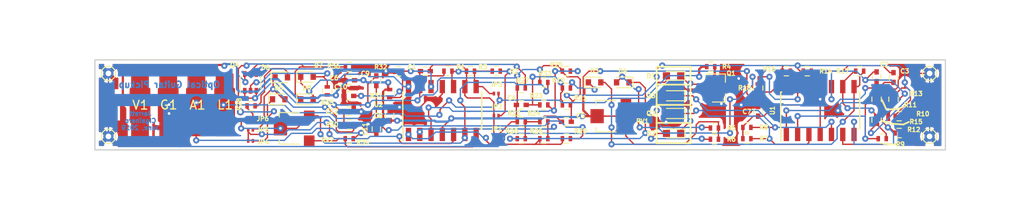
<source format=kicad_pcb>
(kicad_pcb (version 20171130) (host pcbnew "(5.1.2)-2")
  (layers (0 F.Cu signal hide) (31 B.Cu signal hide) (34 B.Paste user) (35 F.Paste user) (36 B.SilkS user) (37 F.SilkS user) (38 B.Mask user) (39 F.Mask user) (44 Edge.Cuts user))
  (net 0 "")
  (net 1 "Net-(C1-Pad1)")
  (net 2 +2V5)
  (net 3 "Net-(C2-Pad2)")
  (net 4 "Net-(C2-Pad1)")
  (net 5 "Net-(C3-Pad1)")
  (net 6 "Net-(C3-Pad2)")
  (net 7 "Net-(C4-Pad2)")
  (net 8 "Net-(C5-Pad2)")
  (net 9 +5V)
  (net 10 GND)
  (net 11 "Net-(C11-Pad2)")
  (net 12 "Net-(C10-Pad1)")
  (net 13 "Net-(C11-Pad1)")
  (net 14 "Net-(D1-Pad1)")
  (net 15 "Net-(D1-Pad2)")
  (net 16 "Net-(D2-Pad2)")
  (net 17 "Net-(Q2-Pad1)")
  (net 18 "Net-(Q3-Pad1)")
  (net 19 "Net-(JP2-Pad1)")
  (net 20 "Net-(JP3-Pad1)")
  (net 21 /LED_Drive)
  (net 22 "Net-(R5-Pad1)")
  (net 23 "Net-(R11-Pad2)")
  (net 24 "Net-(R10-Pad1)")
  (net 25 "Net-(R15-Pad1)")
  (net 26 "Net-(R16-Pad1)")
  (net 27 "Net-(D3-Pad2)")
  (net 28 "Net-(D4-Pad2)")
  (net 29 "Net-(D3-Pad1)")
  (net 30 "Net-(D4-Pad1)")
  (net 31 "Net-(R23-Pad2)")
  (net 32 "Net-(R24-Pad2)")
  (net 33 "Net-(R26-Pad2)")
  (net 34 "Net-(D5-Pad1)")
  (net 35 "Net-(D6-Pad2)")
  (net 36 /AudioOut)
  (net 37 "Net-(R34-Pad2)")
  (net 38 "Net-(D7-Pad2)")
  (net 39 "Net-(D8-Pad1)")
  (net 40 "Net-(D7-Pad1)")
  (net 41 "Net-(Q1-Pad1)")
  (net 42 "Net-(JP4-Pad1)")
  (net 43 "Net-(JP6-Pad1)")
  (net 44 "Net-(JP6-Pad2)")
  (module Connect:PINTST (layer F.Cu) (at 100.838 84.836)
    (fp_text reference "" (at 0 -1.6) (layer F.SilkS))
    (fp_text value PINTST)
    (pad 1 thru_hole circle (at 0 0) (size 1.143 1.143) (drill 0.635) (layers *.Cu *.Mask) (net 10 GND))
  )
  (module Connect:PINTST (layer F.Cu) (at 100.838 77.724)
    (fp_text reference "" (at 0 -1.6) (layer F.SilkS))
    (fp_text value PINTST)
    (pad 1 thru_hole circle (at 0 0) (size 1.143 1.143) (drill 0.635) (layers *.Cu *.Mask) (net 10 GND))
  )
  (module Connect:PINTST (layer F.Cu) (at 193.294 84.836)
    (fp_text reference "" (at 0 -1.6) (layer F.SilkS))
    (fp_text value PINTST)
    (pad 1 thru_hole circle (at 0 0) (size 1.143 1.143) (drill 0.635) (layers *.Cu *.Mask) (net 10 GND))
  )
  (module Capacitors_SMD:C_0402 (layer F.Cu) (at 136.525 77.47 180)
    (fp_text reference C1 (at 1.525 0.47 180) (layer F.SilkS) (effects (font (size 0.5 0.5) (thickness 0.125))))
    (fp_text value 0.001uF)
    (pad 1 smd rect (at -0.55 0 180) (size 0.6 0.5) (layers F.Cu F.Paste F.Mask) (net 1 "Net-(C1-Pad1)"))
    (pad 2 smd rect (at 0.55 0 180) (size 0.6 0.5) (layers F.Cu F.Paste F.Mask) (net 2 +2V5))
  )
  (module Capacitors_SMD:C_0402 (layer F.Cu) (at 187.325 78.105 270)
    (fp_text reference C2 (at -1.397 -0.889) (layer F.SilkS) (effects (font (size 0.5 0.5) (thickness 0.125))))
    (fp_text value 0.001uF)
    (pad 2 smd rect (at 0.55 0 270) (size 0.6 0.5) (layers F.Cu F.Paste F.Mask) (net 3 "Net-(C2-Pad2)"))
    (pad 1 smd rect (at -0.55 0 270) (size 0.6 0.5) (layers F.Cu F.Paste F.Mask) (net 4 "Net-(C2-Pad1)"))
  )
  (module Capacitors_SMD:C_0402 (layer F.Cu) (at 189.23 78.19 270)
    (fp_text reference C3 (at -0.72 -1.27) (layer F.SilkS) (effects (font (size 0.5 0.5) (thickness 0.125))))
    (fp_text value 0.001uF)
    (pad 1 smd rect (at -0.55 0 270) (size 0.6 0.5) (layers F.Cu F.Paste F.Mask) (net 5 "Net-(C3-Pad1)"))
    (pad 2 smd rect (at 0.55 0 270) (size 0.6 0.5) (layers F.Cu F.Paste F.Mask) (net 6 "Net-(C3-Pad2)"))
  )
  (module Capacitors_SMD:C_0402 (layer F.Cu) (at 147.32 81.28)
    (fp_text reference C4 (at -1.07 -0.78) (layer F.SilkS) (effects (font (size 0.5 0.5) (thickness 0.125))))
    (fp_text value 0.01uF)
    (pad 2 smd rect (at 0.55 0) (size 0.6 0.5) (layers F.Cu F.Paste F.Mask) (net 7 "Net-(C4-Pad2)"))
    (pad 1 smd rect (at -0.55 0) (size 0.6 0.5) (layers F.Cu F.Paste F.Mask) (net 2 +2V5))
  )
  (module Capacitors_SMD:C_0402 (layer F.Cu) (at 152.4 83.185 180)
    (fp_text reference C5 (at -1.6 0.685 180) (layer F.SilkS) (effects (font (size 0.5 0.5) (thickness 0.125))))
    (fp_text value 0.01uF)
    (pad 1 smd rect (at -0.55 0 180) (size 0.6 0.5) (layers F.Cu F.Paste F.Mask) (net 2 +2V5))
    (pad 2 smd rect (at 0.55 0 180) (size 0.6 0.5) (layers F.Cu F.Paste F.Mask) (net 8 "Net-(C5-Pad2)"))
  )
  (module Capacitors_SMD:C_0402 (layer F.Cu) (at 128 78.5 180)
    (fp_text reference C6 (at 1.762 0.268 180) (layer F.SilkS) (effects (font (size 0.5 0.5) (thickness 0.125))))
    (fp_text value 1uF)
    (pad 1 smd rect (at -0.55 0 180) (size 0.6 0.5) (layers F.Cu F.Paste F.Mask) (net 9 +5V))
    (pad 2 smd rect (at 0.55 0 180) (size 0.6 0.5) (layers F.Cu F.Paste F.Mask) (net 10 GND))
  )
  (module Capacitors_SMD:C_0402 (layer F.Cu) (at 173.99 82 90)
    (fp_text reference C7 (at -0.042 -1.27 180) (layer F.SilkS) (effects (font (size 0.5 0.5) (thickness 0.125))))
    (fp_text value 1uF)
    (pad 1 smd rect (at -0.55 0 90) (size 0.6 0.5) (layers F.Cu F.Paste F.Mask) (net 9 +5V))
    (pad 2 smd rect (at 0.55 0 90) (size 0.6 0.5) (layers F.Cu F.Paste F.Mask) (net 10 GND))
  )
  (module Capacitors_SMD:C_0402 (layer F.Cu) (at 132.5 82.5 90)
    (fp_text reference C8 (at 0 -1.27 180) (layer F.SilkS) (effects (font (size 0.5 0.5) (thickness 0.125))))
    (fp_text value 1uF)
    (pad 1 smd rect (at -0.55 0 90) (size 0.6 0.5) (layers F.Cu F.Paste F.Mask) (net 9 +5V))
    (pad 2 smd rect (at 0.55 0 90) (size 0.6 0.5) (layers F.Cu F.Paste F.Mask) (net 10 GND))
  )
  (module Capacitors_SMD:C_0402 (layer F.Cu) (at 131 78.55 90)
    (fp_text reference C9 (at 0.8 -1.25 180) (layer F.SilkS) (effects (font (size 0.5 0.5) (thickness 0.125))))
    (fp_text value 0.01uF)
    (pad 2 smd rect (at 0.55 0 90) (size 0.6 0.5) (layers F.Cu F.Paste F.Mask) (net 2 +2V5))
    (pad 1 smd rect (at -0.55 0 90) (size 0.6 0.5) (layers F.Cu F.Paste F.Mask) (net 11 "Net-(C11-Pad2)"))
  )
  (module Capacitors_SMD:C_0402 (layer F.Cu) (at 127.905 80.264 180)
    (fp_text reference C10 (at 0.905 1.016 180) (layer F.SilkS) (effects (font (size 0.5 0.5) (thickness 0.125))))
    (fp_text value 1uF)
    (pad 2 smd rect (at 0.55 0 180) (size 0.6 0.5) (layers F.Cu F.Paste F.Mask) (net 10 GND))
    (pad 1 smd rect (at -0.55 0 180) (size 0.6 0.5) (layers F.Cu F.Paste F.Mask) (net 12 "Net-(C10-Pad1)"))
  )
  (module Capacitors_SMD:C_0402 (layer F.Cu) (at 131 84 90)
    (fp_text reference C11 (at 0 -1.27 90) (layer F.SilkS) (effects (font (size 0.5 0.5) (thickness 0.125))))
    (fp_text value 1uF)
    (pad 2 smd rect (at 0.55 0 90) (size 0.6 0.5) (layers F.Cu F.Paste F.Mask) (net 11 "Net-(C11-Pad2)"))
    (pad 1 smd rect (at -0.55 0 90) (size 0.6 0.5) (layers F.Cu F.Paste F.Mask) (net 13 "Net-(C11-Pad1)"))
  )
  (module Capacitors_SMD:C_0402 (layer F.Cu) (at 127.905 82)
    (fp_text reference C12 (at -1.905 0) (layer F.SilkS) (effects (font (size 0.5 0.5) (thickness 0.125))))
    (fp_text value 1uF)
    (pad 2 smd rect (at 0.55 0) (size 0.6 0.5) (layers F.Cu F.Paste F.Mask) (net 10 GND))
    (pad 1 smd rect (at -0.55 0) (size 0.6 0.5) (layers F.Cu F.Paste F.Mask) (net 2 +2V5))
  )
  (module LEDs:LED_0603 (layer F.Cu) (at 164.465 78 180)
    (fp_text reference D1 (at 2.54 0) (layer F.SilkS) (effects (font (size 0.5 0.5) (thickness 0.125))))
    (fp_text value IR_LED)
    (pad 1 smd rect (at -0.8 0) (size 0.8 0.8) (layers F.Cu F.Paste F.Mask) (net 14 "Net-(D1-Pad1)"))
    (pad 2 smd rect (at 0.8 0) (size 0.8 0.8) (layers F.Cu F.Paste F.Mask) (net 15 "Net-(D1-Pad2)"))
  )
  (module LEDs:LED_0603 (layer F.Cu) (at 164.465 84.5 180)
    (fp_text reference D2 (at 2.54 0) (layer F.SilkS) (effects (font (size 0.5 0.5) (thickness 0.125))))
    (fp_text value IR_LED)
    (pad 2 smd rect (at 0.8 0) (size 0.8 0.8) (layers F.Cu F.Paste F.Mask) (net 16 "Net-(D2-Pad2)"))
    (pad 1 smd rect (at -0.8 0) (size 0.8 0.8) (layers F.Cu F.Paste F.Mask) (net 14 "Net-(D1-Pad1)"))
  )
  (module Diodes_SMD:D_0603 (layer F.Cu) (at 164.465 82.25 180)
    (fp_text reference Q2 (at 2.54 0 180) (layer F.SilkS) (effects (font (size 0.5 0.5) (thickness 0.125))))
    (fp_text value QSB363)
    (pad 2 smd rect (at 0.85 0 180) (size 0.6 0.8) (layers F.Cu F.Paste F.Mask) (net 10 GND))
    (pad 1 smd rect (at -0.85 0 180) (size 0.6 0.8) (layers F.Cu F.Paste F.Mask) (net 17 "Net-(Q2-Pad1)"))
  )
  (module Diodes_SMD:D_0603 (layer F.Cu) (at 164.465 80.25 180)
    (fp_text reference Q3 (at 2.54 0 180) (layer F.SilkS) (effects (font (size 0.5 0.5) (thickness 0.125))))
    (fp_text value QSB363)
    (pad 1 smd rect (at -0.85 0 180) (size 0.6 0.8) (layers F.Cu F.Paste F.Mask) (net 18 "Net-(Q3-Pad1)"))
    (pad 2 smd rect (at 0.85 0 180) (size 0.6 0.8) (layers F.Cu F.Paste F.Mask) (net 10 GND))
  )
  (module Resistors_SMD:R_0402 (layer F.Cu) (at 139.065 77.47)
    (fp_text reference R1 (at 1.435 -0.47) (layer F.SilkS) (effects (font (size 0.5 0.5) (thickness 0.125))))
    (fp_text value 10K)
    (pad 1 smd rect (at -0.45 0) (size 0.4 0.6) (layers F.Cu F.Paste F.Mask) (net 2 +2V5))
    (pad 2 smd rect (at 0.45 0) (size 0.4 0.6) (layers F.Cu F.Paste F.Mask) (net 19 "Net-(JP2-Pad1)"))
  )
  (module Resistors_SMD:R_0402 (layer F.Cu) (at 144.5 77.47 180)
    (fp_text reference R2 (at -2 -0.03 180) (layer F.SilkS) (effects (font (size 0.5 0.5) (thickness 0.125))))
    (fp_text value 10K)
    (pad 2 smd rect (at 0.45 0 180) (size 0.4 0.6) (layers F.Cu F.Paste F.Mask) (net 20 "Net-(JP3-Pad1)"))
    (pad 1 smd rect (at -0.45 0 180) (size 0.4 0.6) (layers F.Cu F.Paste F.Mask) (net 19 "Net-(JP2-Pad1)"))
  )
  (module Resistors_SMD:R_0402 (layer F.Cu) (at 141.605 77.47 180)
    (fp_text reference R3 (at -1.395 0.47 180) (layer F.SilkS) (effects (font (size 0.5 0.5) (thickness 0.125))))
    (fp_text value 1K)
    (pad 1 smd rect (at -0.45 0 180) (size 0.4 0.6) (layers F.Cu F.Paste F.Mask) (net 20 "Net-(JP3-Pad1)"))
    (pad 2 smd rect (at 0.45 0 180) (size 0.4 0.6) (layers F.Cu F.Paste F.Mask) (net 1 "Net-(C1-Pad1)"))
  )
  (module Resistors_SMD:R_0402 (layer F.Cu) (at 168.656 76.962 180)
    (fp_text reference R4 (at -1.778 0 180) (layer F.SilkS) (effects (font (size 0.5 0.5) (thickness 0.125))))
    (fp_text value 200)
    (pad 1 smd rect (at -0.45 0 180) (size 0.4 0.6) (layers F.Cu F.Paste F.Mask) (net 41 "Net-(Q1-Pad1)"))
    (pad 2 smd rect (at 0.45 0 180) (size 0.4 0.6) (layers F.Cu F.Paste F.Mask) (net 21 /LED_Drive))
  )
  (module Resistors_SMD:R_0402 (layer F.Cu) (at 169.067766 83.888536 180)
    (fp_text reference R5 (at -1.905 0) (layer F.SilkS) (effects (font (size 0.5 0.5) (thickness 0.125))))
    (fp_text value 200)
    (pad 2 smd rect (at 0.45 0 180) (size 0.4 0.6) (layers F.Cu F.Paste F.Mask) (net 15 "Net-(D1-Pad2)"))
    (pad 1 smd rect (at -0.45 0 180) (size 0.4 0.6) (layers F.Cu F.Paste F.Mask) (net 22 "Net-(R5-Pad1)"))
  )
  (module Resistors_SMD:R_0402 (layer F.Cu) (at 169.067766 85.158536 180)
    (fp_text reference R6 (at -1.905 0 180) (layer F.SilkS) (effects (font (size 0.5 0.5) (thickness 0.125))))
    (fp_text value 200)
    (pad 1 smd rect (at -0.45 0 180) (size 0.4 0.6) (layers F.Cu F.Paste F.Mask) (net 22 "Net-(R5-Pad1)"))
    (pad 2 smd rect (at 0.45 0 180) (size 0.4 0.6) (layers F.Cu F.Paste F.Mask) (net 16 "Net-(D2-Pad2)"))
  )
  (module Resistors_SMD:R_0402 (layer F.Cu) (at 172.72 85.09)
    (fp_text reference R7 (at 1.905 0) (layer F.SilkS) (effects (font (size 0.5 0.5) (thickness 0.125))))
    (fp_text value 10K)
    (pad 2 smd rect (at 0.45 0) (size 0.4 0.6) (layers F.Cu F.Paste F.Mask) (net 17 "Net-(Q2-Pad1)"))
    (pad 1 smd rect (at -0.45 0) (size 0.4 0.6) (layers F.Cu F.Paste F.Mask) (net 9 +5V))
  )
  (module Resistors_SMD:R_0402 (layer F.Cu) (at 172.72 83.82)
    (fp_text reference R8 (at 1.905 0) (layer F.SilkS) (effects (font (size 0.5 0.5) (thickness 0.125))))
    (fp_text value 10K)
    (pad 2 smd rect (at 0.45 0) (size 0.4 0.6) (layers F.Cu F.Paste F.Mask) (net 18 "Net-(Q3-Pad1)"))
    (pad 1 smd rect (at -0.45 0) (size 0.4 0.6) (layers F.Cu F.Paste F.Mask) (net 9 +5V))
  )
  (module Resistors_SMD:R_0402 (layer F.Cu) (at 187.96 85.09)
    (fp_text reference R9 (at 2.032 0.635) (layer F.SilkS) (effects (font (size 0.5 0.5) (thickness 0.125))))
    (fp_text value 10K)
    (pad 1 smd rect (at -0.45 0) (size 0.4 0.6) (layers F.Cu F.Paste F.Mask) (net 23 "Net-(R11-Pad2)"))
    (pad 2 smd rect (at 0.45 0) (size 0.4 0.6) (layers F.Cu F.Paste F.Mask) (net 2 +2V5))
  )
  (module Resistors_SMD:R_0402 (layer F.Cu) (at 189.865 82.55 180)
    (fp_text reference R10 (at -2.667 0.254 180) (layer F.SilkS) (effects (font (size 0.5 0.5) (thickness 0.125))))
    (fp_text value 10K)
    (pad 1 smd rect (at -0.45 0 180) (size 0.4 0.6) (layers F.Cu F.Paste F.Mask) (net 24 "Net-(R10-Pad1)"))
    (pad 2 smd rect (at 0.45 0 180) (size 0.4 0.6) (layers F.Cu F.Paste F.Mask) (net 2 +2V5))
  )
  (module Resistors_SMD:R_0402 (layer F.Cu) (at 187.325 80.645 270)
    (fp_text reference R11 (at 0.635 -3.81) (layer F.SilkS) (effects (font (size 0.5 0.5) (thickness 0.125))))
    (fp_text value 100K)
    (pad 2 smd rect (at 0.45 0 270) (size 0.4 0.6) (layers F.Cu F.Paste F.Mask) (net 23 "Net-(R11-Pad2)"))
    (pad 1 smd rect (at -0.45 0 270) (size 0.4 0.6) (layers F.Cu F.Paste F.Mask) (net 3 "Net-(C2-Pad2)"))
  )
  (module Resistors_SMD:R_0402 (layer F.Cu) (at 189.865 84.455)
    (fp_text reference R12 (at 1.651 -0.381) (layer F.SilkS) (effects (font (size 0.5 0.5) (thickness 0.125))))
    (fp_text value 100K)
    (pad 2 smd rect (at 0.45 0) (size 0.4 0.6) (layers F.Cu F.Paste F.Mask) (net 24 "Net-(R10-Pad1)"))
    (pad 1 smd rect (at -0.45 0) (size 0.4 0.6) (layers F.Cu F.Paste F.Mask) (net 6 "Net-(C3-Pad2)"))
  )
  (module Resistors_SMD:R_0402 (layer F.Cu) (at 189.23 80.645 90)
    (fp_text reference R13 (at 0.635 2.54 180) (layer F.SilkS) (effects (font (size 0.5 0.5) (thickness 0.125))))
    (fp_text value 200)
    (pad 2 smd rect (at 0.45 0 90) (size 0.4 0.6) (layers F.Cu F.Paste F.Mask) (net 2 +2V5))
    (pad 1 smd rect (at -0.45 0 90) (size 0.4 0.6) (layers F.Cu F.Paste F.Mask) (net 4 "Net-(C2-Pad1)"))
  )
  (module Resistors_SMD:R_0402 (layer F.Cu) (at 179.52 77.47 180)
    (fp_text reference R14 (at -2.09 0 180) (layer F.SilkS) (effects (font (size 0.5 0.5) (thickness 0.125))))
    (fp_text value 200)
    (pad 1 smd rect (at -0.45 0 180) (size 0.4 0.6) (layers F.Cu F.Paste F.Mask) (net 5 "Net-(C3-Pad1)"))
    (pad 2 smd rect (at 0.45 0 180) (size 0.4 0.6) (layers F.Cu F.Paste F.Mask) (net 2 +2V5))
  )
  (module Resistors_SMD:R_0402 (layer F.Cu) (at 187.325 83 270)
    (fp_text reference R15 (at 0.185 -4.445) (layer F.SilkS) (effects (font (size 0.5 0.5) (thickness 0.125))))
    (fp_text value 10K)
    (pad 2 smd rect (at 0.45 0 270) (size 0.4 0.6) (layers F.Cu F.Paste F.Mask) (net 2 +2V5))
    (pad 1 smd rect (at -0.45 0 270) (size 0.4 0.6) (layers F.Cu F.Paste F.Mask) (net 25 "Net-(R15-Pad1)"))
  )
  (module Resistors_SMD:R_0402 (layer F.Cu) (at 177.165 77.47 180)
    (fp_text reference R16 (at 1.905 0.254 180) (layer F.SilkS) (effects (font (size 0.5 0.5) (thickness 0.125))))
    (fp_text value 10K)
    (pad 2 smd rect (at 0.45 0 180) (size 0.4 0.6) (layers F.Cu F.Paste F.Mask) (net 2 +2V5))
    (pad 1 smd rect (at -0.45 0 180) (size 0.4 0.6) (layers F.Cu F.Paste F.Mask) (net 26 "Net-(R16-Pad1)"))
  )
  (module Resistors_SMD:R_0402 (layer F.Cu) (at 185.42 77.47 180)
    (fp_text reference R17 (at 1.905 0 180) (layer F.SilkS) (effects (font (size 0.5 0.5) (thickness 0.125))))
    (fp_text value 100K)
    (pad 2 smd rect (at 0.45 0 180) (size 0.4 0.6) (layers F.Cu F.Paste F.Mask) (net 25 "Net-(R15-Pad1)"))
    (pad 1 smd rect (at -0.45 0 180) (size 0.4 0.6) (layers F.Cu F.Paste F.Mask) (net 27 "Net-(D3-Pad2)"))
  )
  (module Resistors_SMD:R_0402 (layer F.Cu) (at 173.99 79.375 90)
    (fp_text reference R18 (at 0 -1.524 180) (layer F.SilkS) (effects (font (size 0.5 0.5) (thickness 0.125))))
    (fp_text value 100K)
    (pad 1 smd rect (at -0.45 0 90) (size 0.4 0.6) (layers F.Cu F.Paste F.Mask) (net 28 "Net-(D4-Pad2)"))
    (pad 2 smd rect (at 0.45 0 90) (size 0.4 0.6) (layers F.Cu F.Paste F.Mask) (net 26 "Net-(R16-Pad1)"))
  )
  (module Resistors_SMD:R_0402 (layer F.Cu) (at 152.4 79.375 180)
    (fp_text reference R19 (at 0.9 0.875 180) (layer F.SilkS) (effects (font (size 0.5 0.5) (thickness 0.125))))
    (fp_text value 200)
    (pad 2 smd rect (at 0.45 0 180) (size 0.4 0.6) (layers F.Cu F.Paste F.Mask) (net 7 "Net-(C4-Pad2)"))
    (pad 1 smd rect (at -0.45 0 180) (size 0.4 0.6) (layers F.Cu F.Paste F.Mask) (net 29 "Net-(D3-Pad1)"))
  )
  (module Resistors_SMD:R_0402 (layer F.Cu) (at 147.32 85.09)
    (fp_text reference R20 (at -1.07 -0.84) (layer F.SilkS) (effects (font (size 0.5 0.5) (thickness 0.125))))
    (fp_text value 200)
    (pad 2 smd rect (at 0.45 0) (size 0.4 0.6) (layers F.Cu F.Paste F.Mask) (net 8 "Net-(C5-Pad2)"))
    (pad 1 smd rect (at -0.45 0) (size 0.4 0.6) (layers F.Cu F.Paste F.Mask) (net 30 "Net-(D4-Pad1)"))
  )
  (module Resistors_SMD:R_0402 (layer F.Cu) (at 152.4 81.28)
    (fp_text reference R21 (at 1.6 -0.78) (layer F.SilkS) (effects (font (size 0.5 0.5) (thickness 0.125))))
    (fp_text value 1K)
    (pad 1 smd rect (at -0.45 0) (size 0.4 0.6) (layers F.Cu F.Paste F.Mask) (net 7 "Net-(C4-Pad2)"))
    (pad 2 smd rect (at 0.45 0) (size 0.4 0.6) (layers F.Cu F.Paste F.Mask) (net 2 +2V5))
  )
  (module Resistors_SMD:R_0402 (layer F.Cu) (at 147.32 83.185 180)
    (fp_text reference R22 (at 0.82 0.935 180) (layer F.SilkS) (effects (font (size 0.5 0.5) (thickness 0.125))))
    (fp_text value 1K)
    (pad 2 smd rect (at 0.45 0 180) (size 0.4 0.6) (layers F.Cu F.Paste F.Mask) (net 2 +2V5))
    (pad 1 smd rect (at -0.45 0 180) (size 0.4 0.6) (layers F.Cu F.Paste F.Mask) (net 8 "Net-(C5-Pad2)"))
  )
  (module Resistors_SMD:R_0402 (layer F.Cu) (at 149.86 81.28)
    (fp_text reference R23 (at -0.86 -1.03) (layer F.SilkS) (effects (font (size 0.5 0.5) (thickness 0.125))))
    (fp_text value 10K)
    (pad 1 smd rect (at -0.45 0) (size 0.4 0.6) (layers F.Cu F.Paste F.Mask) (net 7 "Net-(C4-Pad2)"))
    (pad 2 smd rect (at 0.45 0) (size 0.4 0.6) (layers F.Cu F.Paste F.Mask) (net 31 "Net-(R23-Pad2)"))
  )
  (module Resistors_SMD:R_0402 (layer F.Cu) (at 149.86 83.185)
    (fp_text reference R24 (at -1.11 -0.935) (layer F.SilkS) (effects (font (size 0.5 0.5) (thickness 0.125))))
    (fp_text value 10K)
    (pad 2 smd rect (at 0.45 0) (size 0.4 0.6) (layers F.Cu F.Paste F.Mask) (net 32 "Net-(R24-Pad2)"))
    (pad 1 smd rect (at -0.45 0) (size 0.4 0.6) (layers F.Cu F.Paste F.Mask) (net 8 "Net-(C5-Pad2)"))
  )
  (module Resistors_SMD:R_0402 (layer F.Cu) (at 152.4 77.47 180)
    (fp_text reference R25 (at 1.15 0.72 180) (layer F.SilkS) (effects (font (size 0.5 0.5) (thickness 0.125))))
    (fp_text value 40K)
    (pad 1 smd rect (at -0.45 0 180) (size 0.4 0.6) (layers F.Cu F.Paste F.Mask) (net 31 "Net-(R23-Pad2)"))
    (pad 2 smd rect (at 0.45 0 180) (size 0.4 0.6) (layers F.Cu F.Paste F.Mask) (net 2 +2V5))
  )
  (module Resistors_SMD:R_0402 (layer F.Cu) (at 149.86 85.09 180)
    (fp_text reference R26 (at 0.86 0.84 180) (layer F.SilkS) (effects (font (size 0.5 0.5) (thickness 0.125))))
    (fp_text value 40K)
    (pad 2 smd rect (at 0.45 0 180) (size 0.4 0.6) (layers F.Cu F.Paste F.Mask) (net 33 "Net-(R26-Pad2)"))
    (pad 1 smd rect (at -0.45 0 180) (size 0.4 0.6) (layers F.Cu F.Paste F.Mask) (net 32 "Net-(R24-Pad2)"))
  )
  (module Resistors_SMD:R_0402 (layer F.Cu) (at 147.32 79.375 180)
    (fp_text reference R27 (at -0.18 0.875 180) (layer F.SilkS) (effects (font (size 0.5 0.5) (thickness 0.125))))
    (fp_text value 20K)
    (pad 1 smd rect (at -0.45 0 180) (size 0.4 0.6) (layers F.Cu F.Paste F.Mask) (net 34 "Net-(D5-Pad1)"))
    (pad 2 smd rect (at 0.45 0 180) (size 0.4 0.6) (layers F.Cu F.Paste F.Mask) (net 2 +2V5))
  )
  (module Resistors_SMD:R_0402 (layer F.Cu) (at 116.9 81.39)
    (fp_text reference R28 (at -1.34 -0.17 90) (layer F.SilkS) (effects (font (size 0.5 0.5) (thickness 0.125))))
    (fp_text value 10K)
    (pad 2 smd rect (at 0.45 0) (size 0.4 0.6) (layers F.Cu F.Paste F.Mask) (net 35 "Net-(D6-Pad2)"))
    (pad 1 smd rect (at -0.45 0) (size 0.4 0.6) (layers F.Cu F.Paste F.Mask) (net 44 "Net-(JP6-Pad2)"))
  )
  (module Resistors_SMD:R_0402 (layer F.Cu) (at 152.4 85.09)
    (fp_text reference R29 (at 1.6 -0.84) (layer F.SilkS) (effects (font (size 0.5 0.5) (thickness 0.125))))
    (fp_text value 200)
    (pad 1 smd rect (at -0.45 0) (size 0.4 0.6) (layers F.Cu F.Paste F.Mask) (net 33 "Net-(R26-Pad2)"))
    (pad 2 smd rect (at 0.45 0) (size 0.4 0.6) (layers F.Cu F.Paste F.Mask) (net 11 "Net-(C11-Pad2)"))
  )
  (module Resistors_SMD:R_0402 (layer F.Cu) (at 128 83.5 180)
    (fp_text reference R30 (at 2 0 180) (layer F.SilkS) (effects (font (size 0.5 0.5) (thickness 0.125))))
    (fp_text value 10K)
    (pad 2 smd rect (at 0.45 0 180) (size 0.4 0.6) (layers F.Cu F.Paste F.Mask) (net 2 +2V5))
    (pad 1 smd rect (at -0.45 0 180) (size 0.4 0.6) (layers F.Cu F.Paste F.Mask) (net 13 "Net-(C11-Pad1)"))
  )
  (module Resistors_SMD:R_0402 (layer F.Cu) (at 132.5 80 270)
    (fp_text reference R31 (at 0.25 1.5) (layer F.SilkS) (effects (font (size 0.5 0.5) (thickness 0.125))))
    (fp_text value 10K)
    (pad 2 smd rect (at 0.45 0 270) (size 0.4 0.6) (layers F.Cu F.Paste F.Mask) (net 12 "Net-(C10-Pad1)"))
    (pad 1 smd rect (at -0.45 0 270) (size 0.4 0.6) (layers F.Cu F.Paste F.Mask) (net 9 +5V))
  )
  (module Resistors_SMD:R_0402 (layer F.Cu) (at 133.5 77.5 180)
    (fp_text reference R32 (at 2 0.5 180) (layer F.SilkS) (effects (font (size 0.5 0.5) (thickness 0.125))))
    (fp_text value 10K)
    (pad 1 smd rect (at -0.45 0 180) (size 0.4 0.6) (layers F.Cu F.Paste F.Mask) (net 12 "Net-(C10-Pad1)"))
    (pad 2 smd rect (at 0.45 0 180) (size 0.4 0.6) (layers F.Cu F.Paste F.Mask) (net 10 GND))
  )
  (module Resistors_SMD:R_0402 (layer F.Cu) (at 149.86 78.74 180)
    (fp_text reference R33 (at -0.14 0.99 180) (layer F.SilkS) (effects (font (size 0.5 0.5) (thickness 0.125))))
    (fp_text value 20K)
    (pad 1 smd rect (at -0.45 0 180) (size 0.4 0.6) (layers F.Cu F.Paste F.Mask) (net 43 "Net-(JP6-Pad1)"))
    (pad 2 smd rect (at 0.45 0 180) (size 0.4 0.6) (layers F.Cu F.Paste F.Mask) (net 2 +2V5))
  )
  (module Resistors_SMD:R_0402 (layer F.Cu) (at 127.95 85.09 180)
    (fp_text reference R34 (at -1.55 -0.41 180) (layer F.SilkS) (effects (font (size 0.5 0.5) (thickness 0.125))))
    (fp_text value 10K)
    (pad 1 smd rect (at -0.45 0 180) (size 0.4 0.6) (layers F.Cu F.Paste F.Mask) (net 36 /AudioOut))
    (pad 2 smd rect (at 0.45 0 180) (size 0.4 0.6) (layers F.Cu F.Paste F.Mask) (net 37 "Net-(R34-Pad2)"))
  )
  (module Resistors_SMD:R_0402 (layer F.Cu) (at 125.476 79.698 90)
    (fp_text reference R35 (at -1.328 0 -180) (layer F.SilkS) (effects (font (size 0.5 0.5) (thickness 0.125))))
    (fp_text value 10K)
    (pad 1 smd rect (at -0.45 0 90) (size 0.4 0.6) (layers F.Cu F.Paste F.Mask) (net 9 +5V))
    (pad 2 smd rect (at 0.45 0 90) (size 0.4 0.6) (layers F.Cu F.Paste F.Mask) (net 38 "Net-(D7-Pad2)"))
  )
  (module Resistors_SMD:R_0402 (layer F.Cu) (at 127.975 77)
    (fp_text reference R36 (at -1.775 -0.075) (layer F.SilkS) (effects (font (size 0.5 0.5) (thickness 0.125))))
    (fp_text value 10K)
    (pad 1 smd rect (at -0.45 0) (size 0.4 0.6) (layers F.Cu F.Paste F.Mask) (net 39 "Net-(D8-Pad1)"))
    (pad 2 smd rect (at 0.45 0) (size 0.4 0.6) (layers F.Cu F.Paste F.Mask) (net 10 GND))
  )
  (module Housings_SOIC:SOIC-14_3.9x8.7mm_Pitch1.27mm (layer F.Cu) (at 180.975 81.915 90)
    (fp_text reference U1 (at 0 -5.375 90) (layer F.SilkS) (effects (font (size 0.5 0.5) (thickness 0.125))))
    (fp_text value LM324DT)
    (pad 14 smd rect (at 2.7 -3.81 90) (size 1.5 0.6) (layers F.Cu F.Paste F.Mask) (net 28 "Net-(D4-Pad2)"))
    (pad 13 smd rect (at 2.7 -2.54 90) (size 1.5 0.6) (layers F.Cu F.Paste F.Mask) (net 26 "Net-(R16-Pad1)"))
    (pad 12 smd rect (at 2.7 -1.27 90) (size 1.5 0.6) (layers F.Cu F.Paste F.Mask) (net 5 "Net-(C3-Pad1)"))
    (pad 11 smd rect (at 2.7 0 90) (size 1.5 0.6) (layers F.Cu F.Paste F.Mask) (net 10 GND))
    (pad 10 smd rect (at 2.7 1.27 90) (size 1.5 0.6) (layers F.Cu F.Paste F.Mask) (net 4 "Net-(C2-Pad1)"))
    (pad 9 smd rect (at 2.7 2.54 90) (size 1.5 0.6) (layers F.Cu F.Paste F.Mask) (net 25 "Net-(R15-Pad1)"))
    (pad 8 smd rect (at 2.7 3.81 90) (size 1.5 0.6) (layers F.Cu F.Paste F.Mask) (net 27 "Net-(D3-Pad2)"))
    (pad 7 smd rect (at -2.7 3.81 90) (size 1.5 0.6) (layers F.Cu F.Paste F.Mask) (net 6 "Net-(C3-Pad2)"))
    (pad 6 smd rect (at -2.7 2.54 90) (size 1.5 0.6) (layers F.Cu F.Paste F.Mask) (net 24 "Net-(R10-Pad1)"))
    (pad 5 smd rect (at -2.7 1.27 90) (size 1.5 0.6) (layers F.Cu F.Paste F.Mask) (net 18 "Net-(Q3-Pad1)"))
    (pad 4 smd rect (at -2.7 0 90) (size 1.5 0.6) (layers F.Cu F.Paste F.Mask) (net 9 +5V))
    (pad 3 smd rect (at -2.7 -1.27 90) (size 1.5 0.6) (layers F.Cu F.Paste F.Mask) (net 17 "Net-(Q2-Pad1)"))
    (pad 2 smd rect (at -2.7 -2.54 90) (size 1.5 0.6) (layers F.Cu F.Paste F.Mask) (net 23 "Net-(R11-Pad2)"))
    (pad 1 smd rect (at -2.7 -3.81 90) (size 1.5 0.6) (layers F.Cu F.Paste F.Mask) (net 3 "Net-(C2-Pad2)"))
  )
  (module Housings_SOIC:SOIC-14_3.9x8.7mm_Pitch1.27mm (layer F.Cu) (at 138.43 81.915 90)
    (fp_text reference U2 (at 0.665 -7.18 180) (layer F.SilkS) (effects (font (size 0.5 0.5) (thickness 0.125))))
    (fp_text value LM324DT)
    (pad 1 smd rect (at -2.7 -3.81 90) (size 1.5 0.6) (layers F.Cu F.Paste F.Mask) (net 33 "Net-(R26-Pad2)"))
    (pad 2 smd rect (at -2.7 -2.54 90) (size 1.5 0.6) (layers F.Cu F.Paste F.Mask) (net 32 "Net-(R24-Pad2)"))
    (pad 3 smd rect (at -2.7 -1.27 90) (size 1.5 0.6) (layers F.Cu F.Paste F.Mask) (net 31 "Net-(R23-Pad2)"))
    (pad 4 smd rect (at -2.7 0 90) (size 1.5 0.6) (layers F.Cu F.Paste F.Mask) (net 9 +5V))
    (pad 5 smd rect (at -2.7 1.27 90) (size 1.5 0.6) (layers F.Cu F.Paste F.Mask) (net 42 "Net-(JP4-Pad1)"))
    (pad 6 smd rect (at -2.7 2.54 90) (size 1.5 0.6) (layers F.Cu F.Paste F.Mask) (net 43 "Net-(JP6-Pad1)"))
    (pad 7 smd rect (at -2.7 3.81 90) (size 1.5 0.6) (layers F.Cu F.Paste F.Mask) (net 37 "Net-(R34-Pad2)"))
    (pad 8 smd rect (at 2.7 3.81 90) (size 1.5 0.6) (layers F.Cu F.Paste F.Mask) (net 20 "Net-(JP3-Pad1)"))
    (pad 9 smd rect (at 2.7 2.54 90) (size 1.5 0.6) (layers F.Cu F.Paste F.Mask) (net 1 "Net-(C1-Pad1)"))
    (pad 10 smd rect (at 2.7 1.27 90) (size 1.5 0.6) (layers F.Cu F.Paste F.Mask) (net 19 "Net-(JP2-Pad1)"))
    (pad 11 smd rect (at 2.7 0 90) (size 1.5 0.6) (layers F.Cu F.Paste F.Mask) (net 10 GND))
    (pad 12 smd rect (at 2.7 -1.27 90) (size 1.5 0.6) (layers F.Cu F.Paste F.Mask) (net 12 "Net-(C10-Pad1)"))
    (pad 13 smd rect (at 2.7 -2.54 90) (size 1.5 0.6) (layers F.Cu F.Paste F.Mask) (net 2 +2V5))
    (pad 14 smd rect (at 2.7 -3.81 90) (size 1.5 0.6) (layers F.Cu F.Paste F.Mask) (net 40 "Net-(D7-Pad1)"))
  )
  (module Oddities:NetTie-I_Connected_SMD (layer F.Cu) (at 113.919 81.28 90)
    (fp_text reference L1 (at 0 0.061 180) (layer F.SilkS))
    (fp_text value Solder_pad_LED)
    (fp_line (start 1.778 1.016) (end -1.778 1.016) (layer F.Cu) (width 0.3048))
    (fp_line (start -1.778 0.762) (end 1.778 0.762) (layer F.Cu) (width 0.3048))
    (fp_line (start 1.778 0.508) (end -1.778 0.508) (layer F.Cu) (width 0.3048))
    (fp_line (start -1.778 0.254) (end 1.778 0.254) (layer F.Cu) (width 0.3048))
    (fp_line (start 1.778 0) (end -1.778 0) (layer F.Cu) (width 0.3048))
    (fp_line (start -1.778 -0.254) (end 1.778 -0.254) (layer F.Cu) (width 0.3048))
    (fp_line (start 1.778 -0.508) (end -1.778 -0.508) (layer F.Cu) (width 0.3048))
    (fp_line (start -1.778 -0.762) (end 1.778 -0.762) (layer F.Cu) (width 0.3048))
    (fp_line (start 1.778 -1.016) (end -1.778 -1.016) (layer F.Cu) (width 0.3048))
    (pad 2 smd rect (at 2.54 0 90) (size 1.99898 1.99898) (layers F.Cu F.Paste F.Mask))
    (pad 1 smd rect (at -2.54 0 90) (size 1.99898 1.99898) (layers F.Cu F.Paste F.Mask) (net 21 /LED_Drive))
  )
  (module Oddities:NetTie-I_Connected_SMD (layer F.Cu) (at 110.744 81.28 90)
    (fp_text reference A1 (at -0.02 0.116 180) (layer F.SilkS))
    (fp_text value Solder_pad_Audio)
    (fp_line (start 1.778 1.016) (end -1.778 1.016) (layer F.Cu) (width 0.3048))
    (fp_line (start -1.778 0.762) (end 1.778 0.762) (layer F.Cu) (width 0.3048))
    (fp_line (start 1.778 0.508) (end -1.778 0.508) (layer F.Cu) (width 0.3048))
    (fp_line (start -1.778 0.254) (end 1.778 0.254) (layer F.Cu) (width 0.3048))
    (fp_line (start 1.778 0) (end -1.778 0) (layer F.Cu) (width 0.3048))
    (fp_line (start -1.778 -0.254) (end 1.778 -0.254) (layer F.Cu) (width 0.3048))
    (fp_line (start 1.778 -0.508) (end -1.778 -0.508) (layer F.Cu) (width 0.3048))
    (fp_line (start -1.778 -0.762) (end 1.778 -0.762) (layer F.Cu) (width 0.3048))
    (fp_line (start 1.778 -1.016) (end -1.778 -1.016) (layer F.Cu) (width 0.3048))
    (pad 2 smd rect (at 2.54 0 90) (size 1.99898 1.99898) (layers F.Cu F.Paste F.Mask))
    (pad 1 smd rect (at -2.54 0 90) (size 1.99898 1.99898) (layers F.Cu F.Paste F.Mask) (net 36 /AudioOut))
  )
  (module Oddities:NetTie-I_Connected_SMD (layer F.Cu) (at 104.394 81.28 90)
    (fp_text reference V1 (at -0.02 0.036 180) (layer F.SilkS))
    (fp_text value Solder_pad_Power)
    (fp_line (start 1.778 -1.016) (end -1.778 -1.016) (layer F.Cu) (width 0.3048))
    (fp_line (start -1.778 -0.762) (end 1.778 -0.762) (layer F.Cu) (width 0.3048))
    (fp_line (start 1.778 -0.508) (end -1.778 -0.508) (layer F.Cu) (width 0.3048))
    (fp_line (start -1.778 -0.254) (end 1.778 -0.254) (layer F.Cu) (width 0.3048))
    (fp_line (start 1.778 0) (end -1.778 0) (layer F.Cu) (width 0.3048))
    (fp_line (start -1.778 0.254) (end 1.778 0.254) (layer F.Cu) (width 0.3048))
    (fp_line (start 1.778 0.508) (end -1.778 0.508) (layer F.Cu) (width 0.3048))
    (fp_line (start -1.778 0.762) (end 1.778 0.762) (layer F.Cu) (width 0.3048))
    (fp_line (start 1.778 1.016) (end -1.778 1.016) (layer F.Cu) (width 0.3048))
    (pad 1 smd rect (at -2.54 0 90) (size 1.99898 1.99898) (layers F.Cu F.Paste F.Mask) (net 9 +5V))
    (pad 2 smd rect (at 2.54 0 90) (size 1.99898 1.99898) (layers F.Cu F.Paste F.Mask))
  )
  (module Oddities:NetTie-I_Connected_SMD (layer F.Cu) (at 107.569 81.28 90)
    (fp_text reference G1 (at 0 0.051 180) (layer F.SilkS))
    (fp_text value Solder_pad_GND)
    (fp_line (start 1.778 1.016) (end -1.778 1.016) (layer F.Cu) (width 0.3048))
    (fp_line (start -1.778 0.762) (end 1.778 0.762) (layer F.Cu) (width 0.3048))
    (fp_line (start 1.778 0.508) (end -1.778 0.508) (layer F.Cu) (width 0.3048))
    (fp_line (start -1.778 0.254) (end 1.778 0.254) (layer F.Cu) (width 0.3048))
    (fp_line (start 1.778 0) (end -1.778 0) (layer F.Cu) (width 0.3048))
    (fp_line (start -1.778 -0.254) (end 1.778 -0.254) (layer F.Cu) (width 0.3048))
    (fp_line (start 1.778 -0.508) (end -1.778 -0.508) (layer F.Cu) (width 0.3048))
    (fp_line (start -1.778 -0.762) (end 1.778 -0.762) (layer F.Cu) (width 0.3048))
    (fp_line (start 1.778 -1.016) (end -1.778 -1.016) (layer F.Cu) (width 0.3048))
    (pad 2 smd rect (at 2.54 0 90) (size 1.99898 1.99898) (layers F.Cu F.Paste F.Mask))
    (pad 1 smd rect (at -2.54 0 90) (size 1.99898 1.99898) (layers F.Cu F.Paste F.Mask) (net 10 GND))
  )
  (module Diodes_SMD:D_SOD-523 (layer F.Cu) (at 155.575 78.74)
    (fp_text reference D3 (at 0 -1.3) (layer F.SilkS) (effects (font (size 0.5 0.5) (thickness 0.125))))
    (fp_text value RB521S30T1G)
    (pad 1 smd rect (at -0.7 0 180) (size 0.6 0.7) (layers F.Cu F.Paste F.Mask) (net 29 "Net-(D3-Pad1)"))
    (pad 2 smd rect (at 0.7 0 180) (size 0.6 0.7) (layers F.Cu F.Paste F.Mask) (net 27 "Net-(D3-Pad2)"))
  )
  (module Diodes_SMD:D_SOD-523 (layer F.Cu) (at 158.75 78.74 180)
    (fp_text reference D4 (at 0 1.27 180) (layer F.SilkS) (effects (font (size 0.5 0.5) (thickness 0.125))))
    (fp_text value RB521S30T1G)
    (pad 2 smd rect (at 0.7 0) (size 0.6 0.7) (layers F.Cu F.Paste F.Mask) (net 28 "Net-(D4-Pad2)"))
    (pad 1 smd rect (at -0.7 0) (size 0.6 0.7) (layers F.Cu F.Paste F.Mask) (net 30 "Net-(D4-Pad1)"))
  )
  (module Diodes_SMD:D_SOD-523 (layer F.Cu) (at 120.015 80.645)
    (fp_text reference D5 (at 0 -1.3) (layer F.SilkS) (effects (font (size 0.5 0.5) (thickness 0.125))))
    (fp_text value RB521S30T1G)
    (pad 1 smd rect (at -0.7 0 180) (size 0.6 0.7) (layers F.Cu F.Paste F.Mask) (net 34 "Net-(D5-Pad1)"))
    (pad 2 smd rect (at 0.7 0 180) (size 0.6 0.7) (layers F.Cu F.Paste F.Mask) (net 13 "Net-(C11-Pad1)"))
  )
  (module Diodes_SMD:D_SOD-523 (layer F.Cu) (at 120.3 78.17)
    (fp_text reference D6 (at -1.765 -1.105) (layer F.SilkS) (effects (font (size 0.5 0.5) (thickness 0.125))))
    (fp_text value RB521S30T1G)
    (pad 2 smd rect (at 0.7 0 180) (size 0.6 0.7) (layers F.Cu F.Paste F.Mask) (net 35 "Net-(D6-Pad2)"))
    (pad 1 smd rect (at -0.7 0 180) (size 0.6 0.7) (layers F.Cu F.Paste F.Mask) (net 13 "Net-(C11-Pad1)"))
  )
  (module Diodes_SMD:D_SOD-523 (layer F.Cu) (at 123.19 78.105)
    (fp_text reference D7 (at 1.31 -1.3) (layer F.SilkS) (effects (font (size 0.5 0.5) (thickness 0.125))))
    (fp_text value RB521S30T1G)
    (pad 1 smd rect (at -0.7 0 180) (size 0.6 0.7) (layers F.Cu F.Paste F.Mask) (net 40 "Net-(D7-Pad1)"))
    (pad 2 smd rect (at 0.7 0 180) (size 0.6 0.7) (layers F.Cu F.Paste F.Mask) (net 38 "Net-(D7-Pad2)"))
  )
  (module Diodes_SMD:D_SOD-523 (layer F.Cu) (at 123.19 80.645)
    (fp_text reference D8 (at 0 -1.3) (layer F.SilkS) (effects (font (size 0.5 0.5) (thickness 0.125))))
    (fp_text value RB521S30T1G)
    (pad 2 smd rect (at 0.7 0 180) (size 0.6 0.7) (layers F.Cu F.Paste F.Mask) (net 40 "Net-(D7-Pad1)"))
    (pad 1 smd rect (at -0.7 0 180) (size 0.6 0.7) (layers F.Cu F.Paste F.Mask) (net 39 "Net-(D8-Pad1)"))
  )
  (module TO_SOT_Packages_SMD:SOT-23 (layer F.Cu) (at 169.545 79.375)
    (fp_text reference Q1 (at 1.397 -1.651) (layer F.SilkS) (effects (font (size 0.5 0.5) (thickness 0.125))))
    (fp_text value DMN65D8L-7)
    (pad 3 smd rect (at 1 0) (size 0.9 0.8) (layers F.Cu F.Paste F.Mask) (net 14 "Net-(D1-Pad1)"))
    (pad 2 smd rect (at -1 0.95) (size 0.9 0.8) (layers F.Cu F.Paste F.Mask) (net 10 GND))
    (pad 1 smd rect (at -1 -0.95) (size 0.9 0.8) (layers F.Cu F.Paste F.Mask) (net 41 "Net-(Q1-Pad1)"))
  )
  (module Resistors_SMD:R_0201_NoSilk (layer F.Cu) (at 144.5 85)
    (fp_text reference JP1 (at 0 -1) (layer F.SilkS) (effects (font (size 0.5 0.5) (thickness 0.125))))
    (fp_text value JMP)
    (pad 2 smd rect (at 0.26 0) (size 0.28 0.43) (layers F.Cu F.Paste F.Mask) (net 2 +2V5))
    (pad 1 smd rect (at -0.26 0) (size 0.28 0.43) (layers F.Cu F.Paste F.Mask) (net 1 "Net-(C1-Pad1)"))
  )
  (module Resistors_SMD:R_0201_NoSilk (layer F.Cu) (at 144.5 82.5 180)
    (fp_text reference JP2 (at 0 1 180) (layer F.SilkS) (effects (font (size 0.5 0.5) (thickness 0.125))))
    (fp_text value JMP)
    (pad 2 smd rect (at 0.26 0 180) (size 0.28 0.43) (layers F.Cu F.Paste F.Mask) (net 1 "Net-(C1-Pad1)"))
    (pad 1 smd rect (at -0.26 0 180) (size 0.28 0.43) (layers F.Cu F.Paste F.Mask) (net 19 "Net-(JP2-Pad1)"))
  )
  (module Resistors_SMD:R_0201_NoSilk (layer F.Cu) (at 144.5 80)
    (fp_text reference JP3 (at 0 -1) (layer F.SilkS) (effects (font (size 0.5 0.5) (thickness 0.125))))
    (fp_text value JMP)
    (pad 1 smd rect (at -0.26 0) (size 0.28 0.43) (layers F.Cu F.Paste F.Mask) (net 20 "Net-(JP3-Pad1)"))
    (pad 2 smd rect (at 0.26 0) (size 0.28 0.43) (layers F.Cu F.Paste F.Mask) (net 21 /LED_Drive))
  )
  (module Potentiometers:Potentiometer_Trimmer-EVM3E (layer F.Cu) (at 157.48 82.55 90)
    (fp_text reference RV1 (at -0.57 3.49 180) (layer F.SilkS) (effects (font (size 0.5 0.5) (thickness 0.125))))
    (fp_text value 2K)
    (pad 2 smd rect (at 0 -1.62 90) (size 1.6 1.5) (layers F.Cu F.Paste F.Mask) (net 9 +5V))
    (pad 3 smd rect (at 1.4 1.62 90) (size 1.2 1.2) (layers F.Cu F.Paste F.Mask) (net 9 +5V))
    (pad 1 smd rect (at -1.4 1.62 90) (size 1.2 1.2) (layers F.Cu F.Paste F.Mask) (net 22 "Net-(R5-Pad1)"))
  )
  (module Potentiometers:Potentiometer_Trimmer-EVM3E (layer F.Cu) (at 121.825001 83.925001 90)
    (fp_text reference RV2 (at -1.324999 3.674999 180) (layer F.SilkS) (effects (font (size 0.5 0.5) (thickness 0.125))))
    (fp_text value 30K)
    (pad 1 smd rect (at -1.4 1.62 90) (size 1.2 1.2) (layers F.Cu F.Paste F.Mask) (net 37 "Net-(R34-Pad2)"))
    (pad 3 smd rect (at 1.4 1.62 90) (size 1.2 1.2) (layers F.Cu F.Paste F.Mask) (net 43 "Net-(JP6-Pad1)"))
    (pad 2 smd rect (at 0 -1.62 90) (size 1.6 1.5) (layers F.Cu F.Paste F.Mask) (net 43 "Net-(JP6-Pad1)"))
  )
  (module Connect:PINTST (layer F.Cu) (at 193.294 77.724)
    (fp_text reference "" (at 0 -1.6) (layer F.SilkS))
    (fp_text value PINTST)
    (pad 1 thru_hole circle (at 0 0) (size 1.143 1.143) (drill 0.635) (layers *.Cu *.Mask) (net 10 GND))
  )
  (module Resistors_SMD:R_0201_NoSilk (layer F.Cu) (at 116.84 85.344)
    (fp_text reference JP4 (at 1.42 0.146) (layer F.SilkS) (effects (font (size 0.5 0.5) (thickness 0.125))))
    (fp_text value JMP)
    (pad 2 smd rect (at 0.26 0) (size 0.28 0.43) (layers F.Cu F.Paste F.Mask) (net 34 "Net-(D5-Pad1)"))
    (pad 1 smd rect (at -0.26 0) (size 0.28 0.43) (layers F.Cu F.Paste F.Mask) (net 42 "Net-(JP4-Pad1)"))
  )
  (module Resistors_SMD:R_0201_NoSilk (layer F.Cu) (at 116.84 84.074)
    (fp_text reference JP5 (at 1.4 0.01) (layer F.SilkS) (effects (font (size 0.5 0.5) (thickness 0.125))))
    (fp_text value JMP)
    (pad 2 smd rect (at 0.26 0) (size 0.28 0.43) (layers F.Cu F.Paste F.Mask) (net 13 "Net-(C11-Pad1)"))
    (pad 1 smd rect (at -0.26 0) (size 0.28 0.43) (layers F.Cu F.Paste F.Mask) (net 42 "Net-(JP4-Pad1)"))
  )
  (module Resistors_SMD:R_0201_NoSilk (layer F.Cu) (at 116.84 82.804)
    (fp_text reference JP6 (at 1.38 0.04) (layer F.SilkS) (effects (font (size 0.5 0.5) (thickness 0.125))))
    (fp_text value JMP)
    (pad 1 smd rect (at -0.26 0) (size 0.28 0.43) (layers F.Cu F.Paste F.Mask) (net 43 "Net-(JP6-Pad1)"))
    (pad 2 smd rect (at 0.26 0) (size 0.28 0.43) (layers F.Cu F.Paste F.Mask) (net 44 "Net-(JP6-Pad2)"))
  )
  (module TO_SOT_Packages_SMD:SOT-363_SC-70-6 (layer F.Cu) (at 116.84 78.74 90)
    (fp_text reference Q4 (at 1.96 -1.79 180) (layer F.SilkS) (effects (font (size 0.5 0.5) (thickness 0.125))))
    (fp_text value MBT3946DW1T1)
    (pad 6 smd rect (at 0.95 -0.65 90) (size 0.65 0.4) (layers F.Cu F.Paste F.Mask) (net 9 +5V))
    (pad 4 smd rect (at 0.95 0.65 90) (size 0.65 0.4) (layers F.Cu F.Paste F.Mask) (net 10 GND))
    (pad 2 smd rect (at -0.95 0 90) (size 0.65 0.4) (layers F.Cu F.Paste F.Mask) (net 38 "Net-(D7-Pad2)"))
    (pad 5 smd rect (at 0.95 0 90) (size 0.65 0.4) (layers F.Cu F.Paste F.Mask) (net 39 "Net-(D8-Pad1)"))
    (pad 3 smd rect (at -0.95 0.65 90) (size 0.65 0.4) (layers F.Cu F.Paste F.Mask) (net 2 +2V5))
    (pad 1 smd rect (at -0.95 -0.65 90) (size 0.65 0.4) (layers F.Cu F.Paste F.Mask) (net 2 +2V5))
  )
  (gr_line (start 189.43 85.75) (end 188.12 85.68) (layer F.SilkS) (width 0.2))
  (gr_line (start 188.43 81.8) (end 187.93 80.72) (layer F.SilkS) (width 0.2))
  (gr_line (start 189.73 81.75) (end 188.43 81.8) (layer F.SilkS) (width 0.2))
  (gr_line (start 190.34 81.47) (end 189.73 81.75) (layer F.SilkS) (width 0.2))
  (gr_line (start 189 83.41) (end 187.88 83.07) (layer F.SilkS) (width 0.2))
  (gr_line (start 190.34 83.49) (end 189 83.41) (layer F.SilkS) (width 0.2))
  (gr_line (start 190.95 83.21) (end 190.34 83.49) (layer F.SilkS) (width 0.2))
  (gr_line (start 99.314 76.2) (end 195.072 76.2) (layer Edge.Cuts) (width 0.15))
  (gr_line (start 99.314 86.36) (end 99.314 76.2) (layer Edge.Cuts) (width 0.15))
  (gr_line (start 195.072 86.36) (end 99.314 86.36) (layer Edge.Cuts) (width 0.15))
  (gr_line (start 195.072 76.2) (end 195.072 86.36) (layer Edge.Cuts) (width 0.15))
  (gr_text J.R.C (at 101.092 81.28 90) (layer F.Cu) (effects (font (size 0.7 0.7) (thickness 0.175))))
  (gr_text "Jarrett\nCIgainero\nJune, 2019" (at 104.44 83.06) (layer B.Cu) (effects (font (size 0.5 0.5) (thickness 0.125)) (justify mirror)))
  (gr_text "Optical Guitar Pickup" (at 107.696 78.994) (layer B.Cu) (effects (font (size 0.7 0.7) (thickness 0.175)) (justify mirror)))
  (gr_line (start 162.56 83.312) (end 166.37 83.312) (layer F.SilkS) (width 0.2))
  (gr_line (start 166.37 78.994) (end 162.56 78.994) (layer F.SilkS) (width 0.2))
  (gr_line (start 166.37 76.962) (end 166.37 77.47) (layer F.SilkS) (width 0.2))
  (gr_line (start 162.56 76.962) (end 162.56 77.724) (layer F.SilkS) (width 0.2))
  (gr_line (start 162.56 85.09) (end 162.56 85.598) (layer F.SilkS) (width 0.2))
  (gr_line (start 166.37 85.09) (end 166.37 85.598) (layer F.SilkS) (width 0.2))
  (gr_line (start 166.37 77.47) (end 166.37 81.28) (layer F.SilkS) (width 0.2))
  (gr_line (start 162.56 76.962) (end 166.37 76.962) (layer F.SilkS) (width 0.2))
  (gr_line (start 162.56 81.28) (end 162.56 77.47) (layer F.SilkS) (width 0.2))
  (gr_line (start 162.56 85.09) (end 162.56 81.28) (layer F.SilkS) (width 0.2))
  (gr_line (start 166.37 85.598) (end 162.56 85.598) (layer F.SilkS) (width 0.2))
  (gr_line (start 166.37 81.28) (end 166.37 85.09) (layer F.SilkS) (width 0.2))
  (gr_line (start 162.56 81.28) (end 166.37 81.28) (layer F.SilkS) (width 0.2))
  (segment (start 141.155 79.03) (end 140.97 79.215) (width 0.15) (layer F.Cu) (net 1))
  (segment (start 141.155 77.47) (end 141.155 79.03) (width 0.15) (layer F.Cu) (net 1))
  (segment (start 141.155 77.37) (end 141.155 77.47) (width 0.15) (layer F.Cu) (net 1))
  (segment (start 140.535 76.75) (end 141.155 77.37) (width 0.15) (layer F.Cu) (net 1))
  (segment (start 137.395 76.75) (end 140.535 76.75) (width 0.15) (layer F.Cu) (net 1))
  (segment (start 137.075 77.07) (end 137.395 76.75) (width 0.15) (layer F.Cu) (net 1))
  (segment (start 137.075 77.47) (end 137.075 77.07) (width 0.15) (layer F.Cu) (net 1))
  (segment (start 144.24 82.5) (end 144.24 85) (width 0.15) (layer F.Cu) (net 1))
  (segment (start 140.97 80.22) (end 140.97 79.215) (width 0.15) (layer F.Cu) (net 1))
  (segment (start 141.25 80.5) (end 140.97 80.22) (width 0.15) (layer F.Cu) (net 1))
  (segment (start 143.75 80.5) (end 141.25 80.5) (width 0.15) (layer F.Cu) (net 1))
  (segment (start 144.24 82.5) (end 144.24 80.99) (width 0.15) (layer F.Cu) (net 1))
  (segment (start 144.24 80.99) (end 143.75 80.5) (width 0.15) (layer F.Cu) (net 1))
  (segment (start 189.415 82.45) (end 191.135 80.73) (width 0.15) (layer F.Cu) (net 2))
  (segment (start 189.415 82.55) (end 189.415 82.45) (width 0.15) (layer F.Cu) (net 2))
  (segment (start 189.33 80.195) (end 189.23 80.195) (width 0.15) (layer F.Cu) (net 2))
  (segment (start 190.15 79.375) (end 189.33 80.195) (width 0.15) (layer F.Cu) (net 2))
  (segment (start 190.790002 79.375) (end 190.15 79.375) (width 0.15) (layer F.Cu) (net 2))
  (segment (start 191.135 79.719998) (end 190.790002 79.375) (width 0.15) (layer F.Cu) (net 2))
  (segment (start 191.135 80.73) (end 191.135 79.719998) (width 0.15) (layer F.Cu) (net 2))
  (segment (start 188.41 84.535) (end 187.325 83.45) (width 0.15) (layer F.Cu) (net 2))
  (segment (start 188.41 85.09) (end 188.41 84.535) (width 0.15) (layer F.Cu) (net 2))
  (segment (start 176.715 77.47) (end 176.715 77.02) (width 0.15) (layer F.Cu) (net 2))
  (segment (start 176.715 77.02) (end 176.9 76.835) (width 0.15) (layer F.Cu) (net 2))
  (segment (start 178.72 77.47) (end 179.07 77.47) (width 0.15) (layer F.Cu) (net 2))
  (segment (start 178.085 76.835) (end 178.72 77.47) (width 0.15) (layer F.Cu) (net 2))
  (segment (start 176.9 76.835) (end 178.085 76.835) (width 0.15) (layer F.Cu) (net 2))
  (via (at 178.435 76.835) (size 0.7) (drill 0.3) (layers F.Cu B.Cu) (net 2))
  (segment (start 178.085 76.835) (end 178.435 76.835) (width 0.15) (layer F.Cu) (net 2))
  (segment (start 178.435 76.835) (end 189.865 76.835) (width 0.15) (layer B.Cu) (net 2))
  (segment (start 189.865 76.835) (end 190.5 77.47) (width 0.15) (layer B.Cu) (net 2))
  (segment (start 190.5 77.47) (end 190.5 78.74) (width 0.15) (layer B.Cu) (net 2))
  (via (at 190.5 78.74) (size 0.7) (drill 0.3) (layers F.Cu B.Cu) (net 2))
  (segment (start 190.5 78.74) (end 190.5 79.375) (width 0.15) (layer F.Cu) (net 2))
  (segment (start 191.125001 80.310001) (end 186.980002 84.455) (width 0.15) (layer B.Cu) (net 2))
  (segment (start 191.125001 79.709999) (end 191.125001 80.310001) (width 0.15) (layer B.Cu) (net 2))
  (segment (start 190.5 78.74) (end 190.5 79.084998) (width 0.15) (layer B.Cu) (net 2))
  (segment (start 190.5 79.084998) (end 191.125001 79.709999) (width 0.15) (layer B.Cu) (net 2))
  (segment (start 186.980002 84.455) (end 186.69 84.455) (width 0.15) (layer B.Cu) (net 2))
  (via (at 186.691397 84.453603) (size 0.7) (drill 0.3) (layers F.Cu B.Cu) (net 2))
  (segment (start 186.69 84.455) (end 186.691397 84.453603) (width 0.15) (layer B.Cu) (net 2))
  (segment (start 186.691397 84.083603) (end 187.325 83.45) (width 0.15) (layer F.Cu) (net 2))
  (segment (start 186.691397 84.453603) (end 186.691397 84.083603) (width 0.15) (layer F.Cu) (net 2))
  (segment (start 152.95 83.185) (end 152.95 81.365) (width 0.15) (layer F.Cu) (net 2))
  (segment (start 152.865 81.28) (end 152.85 81.28) (width 0.15) (layer F.Cu) (net 2))
  (segment (start 152.95 81.365) (end 152.865 81.28) (width 0.15) (layer F.Cu) (net 2))
  (segment (start 152.85 81.28) (end 152.85 81.18) (width 0.15) (layer F.Cu) (net 2))
  (segment (start 152.85 81.18) (end 153.035 80.995) (width 0.15) (layer F.Cu) (net 2))
  (segment (start 151.430001 76.844999) (end 149.850001 76.844999) (width 0.15) (layer F.Cu) (net 2))
  (segment (start 151.755001 77.169999) (end 151.430001 76.844999) (width 0.15) (layer F.Cu) (net 2))
  (segment (start 151.755001 77.460001) (end 151.755001 77.169999) (width 0.15) (layer F.Cu) (net 2))
  (segment (start 151.95 77.47) (end 151.765 77.47) (width 0.15) (layer F.Cu) (net 2))
  (segment (start 151.765 77.47) (end 151.755001 77.460001) (width 0.15) (layer F.Cu) (net 2))
  (segment (start 149.41 77.285) (end 149.41 78.74) (width 0.15) (layer F.Cu) (net 2))
  (segment (start 149.850001 76.844999) (end 149.41 77.285) (width 0.15) (layer F.Cu) (net 2))
  (segment (start 146.87 81.18) (end 146.77 81.28) (width 0.15) (layer F.Cu) (net 2))
  (segment (start 146.87 79.375) (end 146.87 81.18) (width 0.15) (layer F.Cu) (net 2))
  (segment (start 146.77 83.085) (end 146.87 83.185) (width 0.15) (layer F.Cu) (net 2))
  (segment (start 146.77 81.28) (end 146.77 83.085) (width 0.15) (layer F.Cu) (net 2))
  (segment (start 163.83 76.835) (end 163.195 76.835) (width 0.15) (layer B.Cu) (net 2))
  (segment (start 178.435 76.835) (end 163.83 76.835) (width 0.15) (layer B.Cu) (net 2))
  (segment (start 153.035 80.771724) (end 153.035 80.995) (width 0.15) (layer F.Cu) (net 2))
  (segment (start 152.451023 80.187747) (end 153.035 80.771724) (width 0.15) (layer F.Cu) (net 2))
  (via (at 163.195 76.835) (size 0.7) (drill 0.3) (layers F.Cu B.Cu) (net 2))
  (via (at 152.451023 80.187747) (size 0.7) (drill 0.3) (layers F.Cu B.Cu) (net 2))
  (via (at 162.56 78.105) (size 0.7) (drill 0.3) (layers F.Cu B.Cu) (net 2))
  (segment (start 151.95 77.57) (end 151.95 77.47) (width 0.15) (layer F.Cu) (net 2))
  (segment (start 152.485 78.105) (end 151.95 77.57) (width 0.15) (layer F.Cu) (net 2))
  (segment (start 153.67 78.105) (end 152.485 78.105) (width 0.15) (layer F.Cu) (net 2))
  (segment (start 153.949989 78.384989) (end 153.67 78.105) (width 0.15) (layer F.Cu) (net 2))
  (segment (start 153.035 80.995) (end 153.949989 80.080011) (width 0.15) (layer F.Cu) (net 2))
  (segment (start 153.949989 80.080011) (end 153.949989 78.384989) (width 0.15) (layer F.Cu) (net 2))
  (segment (start 135.89 77.555) (end 135.975 77.47) (width 0.15) (layer F.Cu) (net 2))
  (segment (start 138.615 77.92) (end 138.535 78) (width 0.15) (layer F.Cu) (net 2))
  (segment (start 138.615 77.47) (end 138.615 77.92) (width 0.15) (layer F.Cu) (net 2))
  (segment (start 138.535 78) (end 135.89 78) (width 0.15) (layer F.Cu) (net 2))
  (segment (start 135.89 79.215) (end 135.89 78) (width 0.15) (layer F.Cu) (net 2))
  (segment (start 135.89 78) (end 135.89 77.555) (width 0.15) (layer F.Cu) (net 2))
  (segment (start 146.52 83.185) (end 146.87 83.185) (width 0.15) (layer F.Cu) (net 2))
  (segment (start 146.21 83.185) (end 146.52 83.185) (width 0.15) (layer F.Cu) (net 2))
  (segment (start 144.76 84.635) (end 146.21 83.185) (width 0.15) (layer F.Cu) (net 2))
  (segment (start 144.76 85) (end 144.76 84.635) (width 0.15) (layer F.Cu) (net 2))
  (segment (start 127.355 83.305) (end 127.55 83.5) (width 0.15) (layer F.Cu) (net 2))
  (segment (start 127.355 82) (end 127.355 83.305) (width 0.15) (layer F.Cu) (net 2))
  (via (at 126.238 81.28) (size 0.7) (drill 0.3) (layers F.Cu B.Cu) (net 2))
  (via (at 130.048 81.28) (size 0.7) (drill 0.3) (layers F.Cu B.Cu) (net 2))
  (segment (start 127.508 81.28) (end 130.048 81.28) (width 0.15) (layer B.Cu) (net 2))
  (segment (start 130.048 78.952) (end 131 78) (width 0.15) (layer F.Cu) (net 2))
  (segment (start 130.048 81.28) (end 130.048 78.952) (width 0.15) (layer F.Cu) (net 2))
  (segment (start 135.89 79.215) (end 135.89 80.518) (width 0.15) (layer F.Cu) (net 2))
  (via (at 146.87 77.978) (size 0.7) (drill 0.3) (layers F.Cu B.Cu) (net 2))
  (segment (start 146.87 77.978) (end 146.87 79.375) (width 0.15) (layer F.Cu) (net 2))
  (segment (start 135.89 80.518) (end 135.636 80.772) (width 0.15) (layer F.Cu) (net 2))
  (via (at 135.636 80.772) (size 0.7) (drill 0.3) (layers F.Cu B.Cu) (net 2))
  (segment (start 135.636 80.772) (end 130.556 80.772) (width 0.15) (layer B.Cu) (net 2))
  (segment (start 130.556 80.772) (end 130.048 81.28) (width 0.15) (layer B.Cu) (net 2))
  (segment (start 146.87 77.978) (end 146.87 77.92) (width 0.15) (layer B.Cu) (net 2))
  (segment (start 146.87 77.92) (end 147.505 77.285) (width 0.15) (layer B.Cu) (net 2))
  (via (at 149.41 77.285) (size 0.7) (drill 0.3) (layers F.Cu B.Cu) (net 2))
  (segment (start 147.505 77.285) (end 149.41 77.285) (width 0.15) (layer B.Cu) (net 2))
  (segment (start 136.25068 80.15732) (end 135.636 80.772) (width 0.15) (layer B.Cu) (net 2))
  (segment (start 137.39876 80.15732) (end 136.25068 80.15732) (width 0.15) (layer B.Cu) (net 2))
  (segment (start 146.812 77.978) (end 146.558 78.232) (width 0.15) (layer B.Cu) (net 2))
  (segment (start 146.87 77.978) (end 146.812 77.978) (width 0.15) (layer B.Cu) (net 2))
  (segment (start 146.558 78.232) (end 138.2522 78.232) (width 0.15) (layer B.Cu) (net 2))
  (segment (start 138.2522 78.232) (end 137.8966 78.5876) (width 0.15) (layer B.Cu) (net 2))
  (segment (start 137.8966 78.5876) (end 137.8966 79.65948) (width 0.15) (layer B.Cu) (net 2))
  (segment (start 137.8966 79.65948) (end 137.39876 80.15732) (width 0.15) (layer B.Cu) (net 2))
  (segment (start 127.508 81.28) (end 126.238 81.28) (width 0.15) (layer B.Cu) (net 2))
  (segment (start 126.958 82) (end 126.238 81.28) (width 0.15) (layer F.Cu) (net 2))
  (segment (start 127.355 82) (end 126.958 82) (width 0.15) (layer F.Cu) (net 2))
  (segment (start 163.195 76.835) (end 162.965 76.835) (width 0.15) (layer F.Cu) (net 2))
  (segment (start 162.56 77.24) (end 162.56 78.105) (width 0.15) (layer F.Cu) (net 2))
  (segment (start 162.965 76.835) (end 162.56 77.24) (width 0.15) (layer F.Cu) (net 2))
  (segment (start 162.56 78.599974) (end 162.56 78.105) (width 0.15) (layer B.Cu) (net 2))
  (segment (start 152.451023 80.187747) (end 160.972227 80.187747) (width 0.15) (layer B.Cu) (net 2))
  (segment (start 160.972227 80.187747) (end 162.56 78.599974) (width 0.15) (layer B.Cu) (net 2))
  (segment (start 116.19 80.376) (end 116.19 79.69) (width 0.15) (layer F.Cu) (net 2))
  (segment (start 116.332 80.518) (end 116.19 80.376) (width 0.15) (layer F.Cu) (net 2))
  (segment (start 117.348 80.518) (end 116.332 80.518) (width 0.15) (layer F.Cu) (net 2))
  (segment (start 117.49 79.69) (end 117.49 80.376) (width 0.15) (layer F.Cu) (net 2))
  (segment (start 117.49 80.376) (end 117.348 80.518) (width 0.15) (layer F.Cu) (net 2))
  (segment (start 117.438998 80.518) (end 117.348 80.518) (width 0.15) (layer B.Cu) (net 2))
  (segment (start 119.181988 78.77501) (end 117.438998 80.518) (width 0.15) (layer B.Cu) (net 2))
  (segment (start 119.66901 78.77501) (end 119.181988 78.77501) (width 0.15) (layer B.Cu) (net 2))
  (segment (start 121.92 81.026) (end 119.66901 78.77501) (width 0.15) (layer B.Cu) (net 2))
  (segment (start 126.238 81.28) (end 125.984 81.28) (width 0.15) (layer B.Cu) (net 2))
  (segment (start 125.984 81.28) (end 125.476 80.772) (width 0.15) (layer B.Cu) (net 2))
  (segment (start 125.476 80.772) (end 124.718699 80.772) (width 0.15) (layer B.Cu) (net 2))
  (segment (start 124.718699 80.772) (end 124.464699 81.026) (width 0.15) (layer B.Cu) (net 2))
  (via (at 117.348 80.518) (size 0.7) (drill 0.3) (layers F.Cu B.Cu) (net 2))
  (segment (start 124.464699 81.026) (end 121.92 81.026) (width 0.15) (layer B.Cu) (net 2))
  (via (at 177.165 81.915) (size 0.7) (drill 0.3) (layers F.Cu B.Cu) (net 3))
  (segment (start 177.165 84.615) (end 177.165 81.915) (width 0.15) (layer F.Cu) (net 3))
  (via (at 186.055 79.375) (size 0.7) (drill 0.3) (layers F.Cu B.Cu) (net 3))
  (segment (start 186.055 79.375) (end 187.325 79.375) (width 0.15) (layer F.Cu) (net 3))
  (segment (start 187.325 79.375) (end 187.325 78.655) (width 0.15) (layer F.Cu) (net 3))
  (segment (start 187.325 79.375) (end 187.325 80.195) (width 0.15) (layer F.Cu) (net 3))
  (segment (start 181.925 81.915) (end 177.165 81.915) (width 0.15) (layer B.Cu) (net 3))
  (segment (start 181.985 81.915) (end 181.925 81.915) (width 0.15) (layer B.Cu) (net 3))
  (segment (start 183.255 80.645) (end 181.985 81.915) (width 0.15) (layer B.Cu) (net 3))
  (segment (start 185.42 80.645) (end 183.255 80.645) (width 0.15) (layer B.Cu) (net 3))
  (segment (start 186.055 80.01) (end 185.42 80.645) (width 0.15) (layer B.Cu) (net 3))
  (segment (start 186.055 79.375) (end 186.055 80.01) (width 0.15) (layer B.Cu) (net 3))
  (via (at 182.245 80.645) (size 0.7) (drill 0.3) (layers F.Cu B.Cu) (net 4))
  (segment (start 182.245 79.215) (end 182.245 80.645) (width 0.15) (layer F.Cu) (net 4))
  (segment (start 182.245 80.645) (end 182.245 77.47) (width 0.15) (layer B.Cu) (net 4))
  (via (at 186.055 78.474997) (size 0.7) (drill 0.3) (layers F.Cu B.Cu) (net 4))
  (segment (start 182.245 77.47) (end 185.050003 77.47) (width 0.15) (layer B.Cu) (net 4))
  (segment (start 185.050003 77.47) (end 186.055 78.474997) (width 0.15) (layer B.Cu) (net 4))
  (segment (start 186.974997 77.555) (end 187.325 77.555) (width 0.15) (layer F.Cu) (net 4))
  (segment (start 186.055 78.474997) (end 186.974997 77.555) (width 0.15) (layer F.Cu) (net 4))
  (via (at 190.5 80.01) (size 0.7) (drill 0.3) (layers F.Cu B.Cu) (net 4))
  (segment (start 186.055 78.474997) (end 188.964997 78.474997) (width 0.15) (layer B.Cu) (net 4))
  (segment (start 188.964997 78.474997) (end 190.5 80.01) (width 0.15) (layer B.Cu) (net 4))
  (segment (start 190.150001 80.359999) (end 190.5 80.01) (width 0.15) (layer F.Cu) (net 4))
  (segment (start 189.415 81.095) (end 190.150001 80.359999) (width 0.15) (layer F.Cu) (net 4))
  (segment (start 189.23 81.095) (end 189.415 81.095) (width 0.15) (layer F.Cu) (net 4))
  (segment (start 179.705 77.735) (end 179.97 77.47) (width 0.15) (layer F.Cu) (net 5))
  (segment (start 179.705 79.215) (end 179.705 77.735) (width 0.15) (layer F.Cu) (net 5))
  (segment (start 179.97 77.47) (end 183.515 77.47) (width 0.15) (layer F.Cu) (net 5))
  (segment (start 183.515 77.47) (end 184.15 76.835) (width 0.15) (layer F.Cu) (net 5))
  (segment (start 188.83 77.64) (end 189.23 77.64) (width 0.15) (layer F.Cu) (net 5))
  (segment (start 188.025 76.835) (end 188.83 77.64) (width 0.15) (layer F.Cu) (net 5))
  (segment (start 184.15 76.835) (end 188.025 76.835) (width 0.15) (layer F.Cu) (net 5))
  (via (at 184.785 83.185) (size 0.7) (drill 0.3) (layers F.Cu B.Cu) (net 6))
  (segment (start 184.785 84.615) (end 184.785 83.185) (width 0.15) (layer F.Cu) (net 6))
  (segment (start 184.785 83.185) (end 184.785 85.725) (width 0.15) (layer B.Cu) (net 6))
  (segment (start 184.785 85.725) (end 189.23 85.725) (width 0.15) (layer B.Cu) (net 6))
  (segment (start 189.23 85.725) (end 189.23 84.455) (width 0.15) (layer B.Cu) (net 6))
  (via (at 188.595 83.82) (size 0.7) (drill 0.3) (layers F.Cu B.Cu) (net 6))
  (segment (start 189.23 84.455) (end 188.595 83.82) (width 0.15) (layer B.Cu) (net 6))
  (segment (start 188.78 83.82) (end 189.415 84.455) (width 0.15) (layer F.Cu) (net 6))
  (segment (start 188.595 83.82) (end 188.78 83.82) (width 0.15) (layer F.Cu) (net 6))
  (segment (start 187.96 83.185) (end 188.595 83.82) (width 0.15) (layer F.Cu) (net 6))
  (segment (start 187.96 78.994) (end 187.96 83.185) (width 0.15) (layer F.Cu) (net 6))
  (segment (start 189.23 78.74) (end 188.214 78.74) (width 0.15) (layer F.Cu) (net 6))
  (segment (start 188.214 78.74) (end 187.96 78.994) (width 0.15) (layer F.Cu) (net 6))
  (segment (start 151.95 79.375) (end 151.95 79.763768) (width 0.15) (layer F.Cu) (net 7))
  (segment (start 151.95 79.763768) (end 151.765 79.948768) (width 0.15) (layer F.Cu) (net 7))
  (segment (start 151.95 80.83) (end 151.95 81.28) (width 0.15) (layer F.Cu) (net 7))
  (segment (start 151.765 80.645) (end 151.95 80.83) (width 0.15) (layer F.Cu) (net 7))
  (segment (start 151.765 79.948768) (end 151.765 80.645) (width 0.15) (layer F.Cu) (net 7))
  (segment (start 151.95 79.375) (end 151.95 78.925) (width 0.15) (layer F.Cu) (net 7))
  (via (at 151.765 78.74) (size 0.7) (drill 0.3) (layers F.Cu B.Cu) (net 7))
  (segment (start 151.95 78.925) (end 151.765 78.74) (width 0.15) (layer F.Cu) (net 7))
  (via (at 148.59 78.105) (size 0.7) (drill 0.3) (layers F.Cu B.Cu) (net 7))
  (segment (start 151.765 78.74) (end 151.13 78.105) (width 0.15) (layer B.Cu) (net 7))
  (segment (start 151.13 78.105) (end 148.59 78.105) (width 0.15) (layer B.Cu) (net 7))
  (segment (start 148.59 78.105) (end 148.59 81.28) (width 0.15) (layer F.Cu) (net 7))
  (segment (start 147.87 81.28) (end 148.59 81.28) (width 0.15) (layer F.Cu) (net 7))
  (segment (start 148.59 81.28) (end 149.41 81.28) (width 0.15) (layer F.Cu) (net 7))
  (segment (start 147.77 85.09) (end 147.77 83.185) (width 0.15) (layer F.Cu) (net 8))
  (segment (start 147.77 83.185) (end 149.41 83.185) (width 0.15) (layer F.Cu) (net 8))
  (segment (start 151.8 83.185) (end 151.165 82.55) (width 0.15) (layer F.Cu) (net 8))
  (segment (start 151.85 83.185) (end 151.8 83.185) (width 0.15) (layer F.Cu) (net 8))
  (segment (start 149.41 83.085) (end 149.41 83.185) (width 0.15) (layer F.Cu) (net 8))
  (segment (start 149.945 82.55) (end 149.41 83.085) (width 0.15) (layer F.Cu) (net 8))
  (segment (start 151.165 82.55) (end 149.945 82.55) (width 0.15) (layer F.Cu) (net 8))
  (segment (start 172.27 83.82) (end 172.27 85.09) (width 0.15) (layer F.Cu) (net 9))
  (segment (start 173.59 82.55) (end 173.99 82.55) (width 0.15) (layer F.Cu) (net 9))
  (segment (start 173.44 82.55) (end 173.59 82.55) (width 0.15) (layer F.Cu) (net 9))
  (segment (start 172.27 83.72) (end 173.44 82.55) (width 0.15) (layer F.Cu) (net 9))
  (segment (start 172.27 83.82) (end 172.27 83.72) (width 0.15) (layer F.Cu) (net 9))
  (segment (start 154.96 82.55) (end 154.305 81.895) (width 0.15) (layer F.Cu) (net 9))
  (segment (start 155.86 82.55) (end 154.96 82.55) (width 0.15) (layer F.Cu) (net 9))
  (segment (start 154.305 81.895) (end 154.305 81.28) (width 0.15) (layer F.Cu) (net 9))
  (segment (start 156.76 82.55) (end 155.86 82.55) (width 0.15) (layer F.Cu) (net 9))
  (segment (start 158.45 82.55) (end 156.76 82.55) (width 0.15) (layer F.Cu) (net 9))
  (segment (start 159.1 81.9) (end 158.45 82.55) (width 0.15) (layer F.Cu) (net 9))
  (segment (start 159.1 81.15) (end 159.1 81.9) (width 0.15) (layer F.Cu) (net 9))
  (segment (start 154.299999 79.310001) (end 154.299999 78.169999) (width 0.15) (layer F.Cu) (net 9))
  (segment (start 154.305 81.28) (end 154.305 79.315002) (width 0.15) (layer F.Cu) (net 9))
  (segment (start 154.305 79.315002) (end 154.299999 79.310001) (width 0.15) (layer F.Cu) (net 9))
  (segment (start 175.26 81.915) (end 175.895 81.28) (width 0.15) (layer F.Cu) (net 9))
  (segment (start 175.26 81.915) (end 174.625 82.55) (width 0.15) (layer F.Cu) (net 9))
  (segment (start 174.625 82.55) (end 173.99 82.55) (width 0.15) (layer F.Cu) (net 9))
  (segment (start 154.299999 78.169999) (end 154.299999 78.110001) (width 0.15) (layer F.Cu) (net 9))
  (via (at 156.21 77.47) (size 0.7) (drill 0.3) (layers F.Cu B.Cu) (net 9))
  (segment (start 154.299999 78.110001) (end 154.94 77.47) (width 0.15) (layer F.Cu) (net 9))
  (segment (start 154.94 77.47) (end 156.21 77.47) (width 0.15) (layer F.Cu) (net 9))
  (segment (start 156.21 77.47) (end 158.115 77.47) (width 0.15) (layer B.Cu) (net 9))
  (segment (start 172.72 80.01) (end 173.355 80.645) (width 0.15) (layer F.Cu) (net 9))
  (segment (start 172.72 79.550002) (end 172.72 80.01) (width 0.15) (layer F.Cu) (net 9))
  (segment (start 174.625 80.645) (end 175.26 81.28) (width 0.15) (layer F.Cu) (net 9))
  (segment (start 173.355 80.645) (end 174.625 80.645) (width 0.15) (layer F.Cu) (net 9))
  (segment (start 172.72 77.47) (end 172.72 79.550002) (width 0.15) (layer F.Cu) (net 9))
  (via (at 172.72 77.47) (size 0.7) (drill 0.3) (layers F.Cu B.Cu) (net 9))
  (segment (start 180.975 84.615) (end 180.975 81.28) (width 0.15) (layer F.Cu) (net 9))
  (segment (start 180.975 81.28) (end 175.26 81.28) (width 0.15) (layer F.Cu) (net 9))
  (segment (start 172.72 77.47) (end 156.21 77.47) (width 0.15) (layer B.Cu) (net 9))
  (segment (start 138.540001 84.504999) (end 138.43 84.615) (width 0.15) (layer F.Cu) (net 9))
  (via (at 129.54 78.486) (size 0.7) (drill 0.3) (layers F.Cu B.Cu) (net 9))
  (segment (start 128.55 78.5) (end 129.526 78.5) (width 0.15) (layer F.Cu) (net 9))
  (segment (start 129.526 78.5) (end 129.54 78.486) (width 0.15) (layer F.Cu) (net 9))
  (via (at 132.334 78.74) (size 0.7) (drill 0.3) (layers F.Cu B.Cu) (net 9))
  (via (at 133.35 83.058) (size 0.7) (drill 0.3) (layers F.Cu B.Cu) (net 9))
  (via (at 139.446 82.804) (size 0.7) (drill 0.3) (layers F.Cu B.Cu) (net 9))
  (segment (start 138.43 83.82) (end 138.43 84.615) (width 0.15) (layer F.Cu) (net 9))
  (segment (start 139.446 82.804) (end 138.43 83.82) (width 0.15) (layer F.Cu) (net 9))
  (via (at 154.178 82.55) (size 0.7) (drill 0.3) (layers F.Cu B.Cu) (net 9))
  (via (at 126.45 80.2) (size 0.7) (drill 0.3) (layers F.Cu B.Cu) (net 9))
  (segment (start 125.528 80.2) (end 125.476 80.148) (width 0.15) (layer F.Cu) (net 9))
  (segment (start 126.45 80.2) (end 125.528 80.2) (width 0.15) (layer F.Cu) (net 9))
  (segment (start 129.54 78.486) (end 127.814 78.486) (width 0.25) (layer B.Cu) (net 9))
  (segment (start 127.814 78.486) (end 126.55 79.75) (width 0.25) (layer B.Cu) (net 9))
  (segment (start 126.55 80.1) (end 126.45 80.2) (width 0.25) (layer B.Cu) (net 9))
  (segment (start 126.55 79.75) (end 126.55 80.1) (width 0.25) (layer B.Cu) (net 9))
  (segment (start 129.54 78.486) (end 129.686 78.486) (width 0.25) (layer B.Cu) (net 9))
  (segment (start 129.94 78.74) (end 132.334 78.74) (width 0.25) (layer B.Cu) (net 9))
  (segment (start 129.686 78.486) (end 129.94 78.74) (width 0.25) (layer B.Cu) (net 9))
  (segment (start 132.334 79.384) (end 132.5 79.55) (width 0.25) (layer F.Cu) (net 9))
  (segment (start 132.334 78.74) (end 132.334 79.384) (width 0.25) (layer F.Cu) (net 9))
  (segment (start 132.032 79.55) (end 131.757 79.825) (width 0.25) (layer F.Cu) (net 9))
  (segment (start 132.5 79.55) (end 132.032 79.55) (width 0.25) (layer F.Cu) (net 9))
  (segment (start 131.757 82.735) (end 132.05 83.028) (width 0.25) (layer F.Cu) (net 9))
  (segment (start 131.757 79.825) (end 131.757 82.735) (width 0.25) (layer F.Cu) (net 9))
  (segment (start 132.478 83.028) (end 132.5 83.05) (width 0.25) (layer F.Cu) (net 9))
  (segment (start 132.05 83.028) (end 132.478 83.028) (width 0.25) (layer F.Cu) (net 9))
  (segment (start 133.342 83.05) (end 133.35 83.058) (width 0.25) (layer F.Cu) (net 9))
  (segment (start 132.5 83.05) (end 133.342 83.05) (width 0.25) (layer F.Cu) (net 9))
  (segment (start 137.56701 83.058) (end 137.675 83.16599) (width 0.25) (layer B.Cu) (net 9))
  (segment (start 133.35 83.058) (end 137.56701 83.058) (width 0.25) (layer B.Cu) (net 9))
  (segment (start 139.08401 83.16599) (end 139.446 82.804) (width 0.25) (layer B.Cu) (net 9))
  (segment (start 137.675 83.16599) (end 139.08401 83.16599) (width 0.25) (layer B.Cu) (net 9))
  (segment (start 139.446 82.804) (end 149.696 82.804) (width 0.25) (layer B.Cu) (net 9))
  (segment (start 149.696 82.804) (end 149.85 82.65) (width 0.25) (layer B.Cu) (net 9))
  (segment (start 154.078 82.65) (end 154.178 82.55) (width 0.25) (layer B.Cu) (net 9))
  (segment (start 149.85 82.65) (end 154.078 82.65) (width 0.25) (layer B.Cu) (net 9))
  (segment (start 154.8 82.39) (end 154.305 81.895) (width 0.25) (layer F.Cu) (net 9))
  (segment (start 154.8 82.55) (end 154.8 82.39) (width 0.25) (layer F.Cu) (net 9))
  (segment (start 154.8 82.55) (end 155.86 82.55) (width 0.25) (layer F.Cu) (net 9))
  (segment (start 154.178 82.55) (end 154.8 82.55) (width 0.25) (layer F.Cu) (net 9))
  (segment (start 154.305 81.895) (end 154.305 80.42) (width 0.25) (layer F.Cu) (net 9))
  (segment (start 154.305 80.42) (end 154.425 80.3) (width 0.25) (layer F.Cu) (net 9))
  (segment (start 154.425 80.3) (end 154.425 79.425) (width 0.25) (layer F.Cu) (net 9))
  (segment (start 115.594 79.78) (end 115.316 79.502) (width 0.25) (layer B.Cu) (net 9))
  (segment (start 117.6 79.78) (end 115.594 79.78) (width 0.25) (layer B.Cu) (net 9))
  (segment (start 126.45 80.2) (end 124.725 80.2) (width 0.25) (layer B.Cu) (net 9))
  (segment (start 124.725 80.2) (end 124.425 80.5) (width 0.25) (layer B.Cu) (net 9))
  (segment (start 124.425 80.5) (end 122.05 80.5) (width 0.25) (layer B.Cu) (net 9))
  (segment (start 122.05 80.5) (end 119.925 78.375) (width 0.25) (layer B.Cu) (net 9))
  (segment (start 119.925 78.375) (end 119.005 78.375) (width 0.25) (layer B.Cu) (net 9))
  (segment (start 119.005 78.375) (end 117.6 79.78) (width 0.25) (layer B.Cu) (net 9))
  (segment (start 115.316 76.962) (end 115.302 76.962) (width 0.25) (layer B.Cu) (net 9))
  (segment (start 115.302 76.962) (end 115.02 76.68) (width 0.25) (layer B.Cu) (net 9))
  (via (at 113.89 76.87) (size 0.7) (drill 0.3) (layers F.Cu B.Cu) (net 9))
  (segment (start 114.08 76.68) (end 113.89 76.87) (width 0.25) (layer B.Cu) (net 9))
  (segment (start 114.18 76.68) (end 114.08 76.68) (width 0.25) (layer B.Cu) (net 9))
  (segment (start 115.02 76.68) (end 114.18 76.68) (width 0.25) (layer B.Cu) (net 9))
  (segment (start 104.394 81.28) (end 104.394 83.82) (width 0.25) (layer F.Cu) (net 9))
  (segment (start 113.89 76.87) (end 113.79 76.77) (width 0.25) (layer F.Cu) (net 9))
  (segment (start 113.79 76.77) (end 103.55 76.77) (width 0.25) (layer F.Cu) (net 9))
  (segment (start 103.55 76.77) (end 102.46 77.86) (width 0.25) (layer F.Cu) (net 9))
  (segment (start 102.46 77.86) (end 102.46 80.56) (width 0.25) (layer F.Cu) (net 9))
  (via (at 116.26 78.71) (size 0.7) (drill 0.3) (layers F.Cu B.Cu) (net 9))
  (segment (start 116.19 77.79) (end 116.19 78.64) (width 0.15) (layer F.Cu) (net 9))
  (segment (start 116.19 78.64) (end 116.26 78.71) (width 0.15) (layer F.Cu) (net 9))
  (segment (start 115.316 77.766) (end 115.316 77.62) (width 0.15) (layer B.Cu) (net 9))
  (segment (start 116.26 78.71) (end 115.316 77.766) (width 0.15) (layer B.Cu) (net 9))
  (segment (start 115.316 79.502) (end 115.316 77.62) (width 0.25) (layer B.Cu) (net 9))
  (segment (start 115.316 77.62) (end 115.316 76.962) (width 0.25) (layer B.Cu) (net 9))
  (segment (start 102.79 80.89) (end 102.82 80.89) (width 0.25) (layer F.Cu) (net 9))
  (segment (start 102.46 80.56) (end 102.79 80.89) (width 0.25) (layer F.Cu) (net 9))
  (segment (start 103.21 81.28) (end 104.394 81.28) (width 0.25) (layer F.Cu) (net 9))
  (segment (start 102.82 80.89) (end 103.21 81.28) (width 0.25) (layer F.Cu) (net 9))
  (via (at 180.975 80.645) (size 0.7) (drill 0.3) (layers F.Cu B.Cu) (net 10))
  (segment (start 180.975 79.215) (end 180.975 80.645) (width 0.15) (layer F.Cu) (net 10))
  (segment (start 180.975 80.645) (end 180.975 81.28) (width 0.15) (layer B.Cu) (net 10))
  (segment (start 180.975 81.28) (end 175.26 81.28) (width 0.15) (layer B.Cu) (net 10))
  (segment (start 175.26 81.28) (end 172.085 81.28) (width 0.15) (layer B.Cu) (net 10))
  (via (at 172.085 81.28) (size 0.7) (drill 0.3) (layers F.Cu B.Cu) (net 10))
  (segment (start 173.82 81.28) (end 173.99 81.45) (width 0.15) (layer F.Cu) (net 10))
  (segment (start 172.085 81.28) (end 173.82 81.28) (width 0.15) (layer F.Cu) (net 10))
  (segment (start 163.615 80.645) (end 163.615 81.915) (width 0.15) (layer F.Cu) (net 10))
  (segment (start 163.615 80.645) (end 163.615 80.095) (width 0.15) (layer F.Cu) (net 10))
  (segment (start 133.02 77.47) (end 133.05 77.5) (width 0.15) (layer F.Cu) (net 10))
  (segment (start 132.08 77.47) (end 133.02 77.47) (width 0.15) (layer F.Cu) (net 10))
  (segment (start 131.318 81.534) (end 130.81 81.534) (width 0.15) (layer B.Cu) (net 10))
  (via (at 129.286 82.042) (size 0.7) (drill 0.3) (layers F.Cu B.Cu) (net 10))
  (segment (start 130.81 81.534) (end 130.302 82.042) (width 0.15) (layer B.Cu) (net 10))
  (segment (start 130.302 82.042) (end 129.286 82.042) (width 0.15) (layer B.Cu) (net 10))
  (segment (start 128.497 82.042) (end 128.455 82) (width 0.15) (layer F.Cu) (net 10))
  (segment (start 129.286 82.042) (end 128.497 82.042) (width 0.15) (layer F.Cu) (net 10))
  (via (at 133.604 81.534) (size 0.7) (drill 0.3) (layers F.Cu B.Cu) (net 10))
  (segment (start 133.188 81.95) (end 133.604 81.534) (width 0.15) (layer F.Cu) (net 10))
  (segment (start 132.5 81.95) (end 133.188 81.95) (width 0.15) (layer F.Cu) (net 10))
  (segment (start 133.604 81.534) (end 131.318 81.534) (width 0.15) (layer B.Cu) (net 10))
  (segment (start 127.355 80.264) (end 127.355 80.365) (width 0.15) (layer F.Cu) (net 10))
  (segment (start 128.455 81.465) (end 128.455 82) (width 0.15) (layer F.Cu) (net 10))
  (segment (start 127.355 80.365) (end 128.455 81.465) (width 0.15) (layer F.Cu) (net 10))
  (segment (start 127.355 78.595) (end 127.45 78.5) (width 0.15) (layer F.Cu) (net 10))
  (segment (start 127.355 80.264) (end 127.355 78.595) (width 0.15) (layer F.Cu) (net 10))
  (segment (start 127.45 77.975) (end 128.425 77) (width 0.15) (layer F.Cu) (net 10))
  (segment (start 127.45 78.5) (end 127.45 77.975) (width 0.15) (layer F.Cu) (net 10))
  (segment (start 131.61 77) (end 132.08 77.47) (width 0.15) (layer F.Cu) (net 10))
  (segment (start 128.425 77) (end 131.61 77) (width 0.15) (layer F.Cu) (net 10))
  (segment (start 107.664 80.25) (end 107.664 81.25) (width 0.25) (layer F.Cu) (net 10))
  (via (at 132.08 77.47) (size 0.7) (drill 0.3) (layers F.Cu B.Cu) (net 10))
  (segment (start 107.664 82.25) (end 107.664 81.25) (width 0.15) (layer B.Cu) (net 10))
  (via (at 107.664 81.25) (size 0.7) (drill 0.3) (layers F.Cu B.Cu) (net 10))
  (via (at 107.664 82.25) (size 0.7) (drill 0.3) (layers F.Cu B.Cu) (net 10))
  (segment (start 138.43 79.215) (end 138.43 80.045) (width 0.15) (layer F.Cu) (net 10))
  (segment (start 138.43 80.045) (end 137.725 80.75) (width 0.15) (layer F.Cu) (net 10))
  (segment (start 137.725 80.75) (end 136.725 80.75) (width 0.15) (layer F.Cu) (net 10))
  (segment (start 135.941 81.534) (end 133.604 81.534) (width 0.15) (layer F.Cu) (net 10))
  (segment (start 136.725 80.75) (end 135.941 81.534) (width 0.15) (layer F.Cu) (net 10))
  (segment (start 107.664 82.25) (end 107.664 84.75) (width 0.15) (layer B.Cu) (net 10))
  (segment (start 168.545 80.325) (end 168.209 80.325) (width 0.15) (layer F.Cu) (net 10))
  (segment (start 168.209 80.325) (end 167.386 79.502) (width 0.15) (layer F.Cu) (net 10))
  (segment (start 164.363 79.502) (end 163.615 80.25) (width 0.15) (layer F.Cu) (net 10))
  (segment (start 167.386 79.502) (end 164.363 79.502) (width 0.15) (layer F.Cu) (net 10))
  (segment (start 172.085 81.28) (end 172.085 78.585) (width 0.15) (layer F.Cu) (net 10))
  (via (at 171.8 78.3) (size 0.7) (drill 0.3) (layers F.Cu B.Cu) (net 10))
  (segment (start 172.085 78.585) (end 171.8 78.3) (width 0.15) (layer F.Cu) (net 10))
  (segment (start 171.8 78.3) (end 171.75 78.25) (width 0.15) (layer B.Cu) (net 10))
  (segment (start 171.75 78.25) (end 170.7 78.25) (width 0.15) (layer B.Cu) (net 10))
  (via (at 169.85 81.15) (size 0.7) (drill 0.3) (layers F.Cu B.Cu) (net 10))
  (segment (start 170.7 78.25) (end 169.85 79.1) (width 0.15) (layer B.Cu) (net 10))
  (segment (start 169.85 79.1) (end 169.85 81.15) (width 0.15) (layer B.Cu) (net 10))
  (segment (start 169.37 81.15) (end 168.545 80.325) (width 0.15) (layer F.Cu) (net 10))
  (segment (start 169.85 81.15) (end 169.37 81.15) (width 0.15) (layer F.Cu) (net 10))
  (segment (start 193.294 77.724) (end 193.294 84.836) (width 0.15) (layer B.Cu) (net 10))
  (segment (start 193.294 77.724) (end 190.5 77.724) (width 0.15) (layer F.Cu) (net 10))
  (segment (start 190.5 77.724) (end 189.755001 78.468999) (width 0.15) (layer F.Cu) (net 10))
  (segment (start 189.755001 78.468999) (end 189.755001 79.230999) (width 0.15) (layer F.Cu) (net 10))
  (segment (start 189.755001 79.230999) (end 189.484 79.502) (width 0.15) (layer F.Cu) (net 10))
  (segment (start 189.484 79.502) (end 188.468 79.502) (width 0.15) (layer F.Cu) (net 10))
  (segment (start 188.468 79.502) (end 188.468 79.59801) (width 0.15) (layer F.Cu) (net 10))
  (segment (start 188.468 79.59801) (end 188.468 81.788) (width 0.15) (layer F.Cu) (net 10))
  (via (at 188.6 81.8) (size 0.7) (drill 0.3) (layers F.Cu B.Cu) (net 10))
  (segment (start 188.468 81.788) (end 188.588 81.788) (width 0.15) (layer F.Cu) (net 10))
  (segment (start 188.588 81.788) (end 188.6 81.8) (width 0.15) (layer F.Cu) (net 10))
  (segment (start 188.6 81.8) (end 188 81.2) (width 0.15) (layer B.Cu) (net 10))
  (segment (start 188 81.2) (end 186.95 81.2) (width 0.15) (layer B.Cu) (net 10))
  (segment (start 186.95 81.2) (end 186.775 81.025) (width 0.15) (layer B.Cu) (net 10))
  (segment (start 186.775 81.025) (end 183.4 81.025) (width 0.15) (layer B.Cu) (net 10))
  (via (at 182.975 81.925) (size 0.7) (drill 0.3) (layers F.Cu B.Cu) (net 10))
  (segment (start 183.4 81.025) (end 182.975 81.45) (width 0.15) (layer B.Cu) (net 10))
  (segment (start 182.975 81.45) (end 182.975 81.925) (width 0.15) (layer B.Cu) (net 10))
  (segment (start 182.975 81.925) (end 182.4 81.925) (width 0.15) (layer F.Cu) (net 10))
  (segment (start 181.12 80.645) (end 180.975 80.645) (width 0.15) (layer F.Cu) (net 10))
  (segment (start 182.4 81.925) (end 181.12 80.645) (width 0.15) (layer F.Cu) (net 10))
  (via (at 163.629442 83.195) (size 0.7) (drill 0.3) (layers F.Cu B.Cu) (net 10))
  (segment (start 163.615 82.25) (end 163.615 83.385) (width 0.15) (layer F.Cu) (net 10))
  (segment (start 163.615 83.385) (end 163.629442 83.370558) (width 0.15) (layer F.Cu) (net 10))
  (segment (start 163.629442 83.370558) (end 163.629442 83.195) (width 0.15) (layer F.Cu) (net 10))
  (segment (start 144.69 85.98) (end 108.91899 85.98) (width 0.15) (layer B.Cu) (net 10))
  (segment (start 162.860001 81.289999) (end 159.460001 81.289999) (width 0.15) (layer B.Cu) (net 10))
  (segment (start 163.185001 81.614999) (end 162.860001 81.289999) (width 0.15) (layer B.Cu) (net 10))
  (segment (start 157.725002 84.5) (end 146.385002 84.5) (width 0.15) (layer B.Cu) (net 10))
  (segment (start 163.185001 82.750559) (end 163.185001 81.614999) (width 0.15) (layer B.Cu) (net 10))
  (segment (start 145.751396 84.466396) (end 145.426396 84.791396) (width 0.15) (layer B.Cu) (net 10))
  (segment (start 108.91899 85.98) (end 108.914 85.98499) (width 0.15) (layer B.Cu) (net 10))
  (segment (start 163.629442 83.195) (end 163.185001 82.750559) (width 0.15) (layer B.Cu) (net 10))
  (segment (start 159.460001 81.289999) (end 158.1 82.65) (width 0.15) (layer B.Cu) (net 10))
  (segment (start 107.664 84.75) (end 108.914 85.98499) (width 0.15) (layer B.Cu) (net 10))
  (segment (start 108.914 85.98499) (end 108.914 86) (width 0.15) (layer B.Cu) (net 10))
  (segment (start 158.105001 82.655001) (end 158.105001 84.120001) (width 0.15) (layer B.Cu) (net 10))
  (segment (start 158.1 82.65) (end 158.105001 82.655001) (width 0.15) (layer B.Cu) (net 10))
  (segment (start 158.105001 84.120001) (end 157.725002 84.5) (width 0.15) (layer B.Cu) (net 10))
  (segment (start 145.426396 85.243604) (end 144.69 85.98) (width 0.15) (layer B.Cu) (net 10))
  (segment (start 146.385002 84.5) (end 146.351398 84.466396) (width 0.15) (layer B.Cu) (net 10))
  (segment (start 146.351398 84.466396) (end 145.751396 84.466396) (width 0.15) (layer B.Cu) (net 10))
  (segment (start 145.426396 84.791396) (end 145.426396 85.243604) (width 0.15) (layer B.Cu) (net 10))
  (segment (start 101.982 85.98) (end 100.838 84.836) (width 0.15) (layer B.Cu) (net 10))
  (segment (start 108.91899 85.98) (end 101.982 85.98) (width 0.15) (layer B.Cu) (net 10))
  (segment (start 100.838 84.836) (end 100.838 77.724) (width 0.15) (layer B.Cu) (net 10))
  (segment (start 126.492 77.47) (end 132.08 77.47) (width 0.15) (layer B.Cu) (net 10))
  (segment (start 126.066 77.044) (end 126.492 77.47) (width 0.15) (layer B.Cu) (net 10))
  (segment (start 125.14 77.044) (end 126.066 77.044) (width 0.15) (layer B.Cu) (net 10))
  (segment (start 124.968 77.216) (end 125.14 77.044) (width 0.15) (layer B.Cu) (net 10))
  (segment (start 119.12 77.216) (end 118.674 77.216) (width 0.15) (layer B.Cu) (net 10))
  (segment (start 119.12 77.216) (end 124.968 77.216) (width 0.15) (layer B.Cu) (net 10))
  (via (at 118.08 77.3) (size 0.7) (drill 0.3) (layers F.Cu B.Cu) (net 10))
  (segment (start 118.674 77.216) (end 118.164 77.216) (width 0.15) (layer B.Cu) (net 10))
  (segment (start 118.164 77.216) (end 118.08 77.3) (width 0.15) (layer B.Cu) (net 10))
  (segment (start 117.59 77.79) (end 117.49 77.79) (width 0.15) (layer F.Cu) (net 10))
  (segment (start 118.08 77.3) (end 117.59 77.79) (width 0.15) (layer F.Cu) (net 10))
  (via (at 130.11 83.45) (size 0.7) (drill 0.3) (layers F.Cu B.Cu) (net 10))
  (segment (start 129.286 82.042) (end 129.286 82.626) (width 0.15) (layer F.Cu) (net 10))
  (segment (start 129.286 82.626) (end 130.11 83.45) (width 0.15) (layer F.Cu) (net 10))
  (segment (start 108.224 82.81) (end 107.664 82.25) (width 0.15) (layer B.Cu) (net 10))
  (segment (start 119.52 82.81) (end 108.224 82.81) (width 0.15) (layer B.Cu) (net 10))
  (segment (start 119.72 82.61) (end 119.52 82.81) (width 0.15) (layer B.Cu) (net 10))
  (segment (start 129.92 83.26) (end 126.35 83.26) (width 0.15) (layer B.Cu) (net 10))
  (segment (start 130.11 83.45) (end 129.92 83.26) (width 0.15) (layer B.Cu) (net 10))
  (segment (start 126.35 83.26) (end 125.73601 82.64601) (width 0.15) (layer B.Cu) (net 10))
  (segment (start 125.73601 82.64601) (end 125.73601 82.63601) (width 0.15) (layer B.Cu) (net 10))
  (segment (start 125.73601 82.63601) (end 125.71 82.61) (width 0.15) (layer B.Cu) (net 10))
  (segment (start 125.71 82.61) (end 119.72 82.61) (width 0.15) (layer B.Cu) (net 10))
  (segment (start 131 79.1) (end 131 83.45) (width 0.15) (layer F.Cu) (net 11))
  (segment (start 131 83.45) (end 131.4 83.45) (width 0.15) (layer F.Cu) (net 11))
  (via (at 132.4 84.125) (size 0.7) (drill 0.3) (layers F.Cu B.Cu) (net 11))
  (segment (start 131.4 83.45) (end 132.075 84.125) (width 0.15) (layer F.Cu) (net 11))
  (segment (start 132.075 84.125) (end 132.4 84.125) (width 0.15) (layer F.Cu) (net 11))
  (segment (start 132.4 84.125) (end 133.425 84.125) (width 0.15) (layer B.Cu) (net 11))
  (segment (start 133.425 84.125) (end 133.9 83.65) (width 0.15) (layer B.Cu) (net 11))
  (segment (start 133.9 83.65) (end 149.975 83.65) (width 0.15) (layer B.Cu) (net 11))
  (segment (start 149.975 83.65) (end 150.525 83.1) (width 0.15) (layer B.Cu) (net 11))
  (segment (start 150.525 83.1) (end 151.7 83.1) (width 0.15) (layer B.Cu) (net 11))
  (via (at 154.225 83.8) (size 0.7) (drill 0.3) (layers F.Cu B.Cu) (net 11))
  (segment (start 151.7 83.1) (end 152.4 83.8) (width 0.15) (layer B.Cu) (net 11))
  (segment (start 152.4 83.8) (end 154.225 83.8) (width 0.15) (layer B.Cu) (net 11))
  (segment (start 154.225 83.8) (end 154.225 84.75) (width 0.15) (layer F.Cu) (net 11))
  (segment (start 153.885 85.09) (end 152.85 85.09) (width 0.15) (layer F.Cu) (net 11))
  (segment (start 154.225 84.75) (end 153.885 85.09) (width 0.15) (layer F.Cu) (net 11))
  (via (at 137.16 79.215) (size 0.7) (drill 0.3) (layers F.Cu B.Cu) (net 12))
  (segment (start 137.16 79.215) (end 137.16 77.724) (width 0.15) (layer B.Cu) (net 12))
  (via (at 134.874 77.47) (size 0.7) (drill 0.3) (layers F.Cu B.Cu) (net 12))
  (segment (start 137.16 77.724) (end 136.906 77.47) (width 0.15) (layer B.Cu) (net 12))
  (segment (start 136.906 77.47) (end 134.874 77.47) (width 0.15) (layer B.Cu) (net 12))
  (segment (start 133.98 77.47) (end 133.95 77.5) (width 0.15) (layer F.Cu) (net 12))
  (segment (start 134.874 77.47) (end 133.98 77.47) (width 0.15) (layer F.Cu) (net 12))
  (segment (start 133.672 80.45) (end 132.5 80.45) (width 0.15) (layer F.Cu) (net 12))
  (segment (start 133.95 80.172) (end 133.672 80.45) (width 0.15) (layer F.Cu) (net 12))
  (via (at 133.604 79.756) (size 0.7) (drill 0.3) (layers F.Cu B.Cu) (net 12))
  (segment (start 133.858 80.01) (end 133.604 79.756) (width 0.15) (layer F.Cu) (net 12))
  (segment (start 133.95 80.01) (end 133.858 80.01) (width 0.15) (layer F.Cu) (net 12))
  (segment (start 133.95 80.01) (end 133.95 80.172) (width 0.15) (layer F.Cu) (net 12))
  (segment (start 133.95 77.5) (end 133.95 80.01) (width 0.15) (layer F.Cu) (net 12))
  (via (at 129.286 80.264) (size 0.7) (drill 0.3) (layers F.Cu B.Cu) (net 12))
  (segment (start 133.604 79.756) (end 133.096 80.264) (width 0.15) (layer B.Cu) (net 12))
  (segment (start 133.096 80.264) (end 129.286 80.264) (width 0.15) (layer B.Cu) (net 12))
  (segment (start 129.286 80.264) (end 128.455 80.264) (width 0.15) (layer F.Cu) (net 12))
  (segment (start 128.45 83.5) (end 128.45 84.148) (width 0.15) (layer F.Cu) (net 13))
  (segment (start 128.45 84.148) (end 128.27 84.328) (width 0.15) (layer F.Cu) (net 13))
  (segment (start 128.27 84.328) (end 126.746 84.328) (width 0.15) (layer F.Cu) (net 13))
  (segment (start 126.746 84.328) (end 126.492 84.074) (width 0.15) (layer F.Cu) (net 13))
  (segment (start 126.492 84.074) (end 126.492 82.55) (width 0.15) (layer F.Cu) (net 13))
  (via (at 125.222 81.534) (size 0.7) (drill 0.3) (layers F.Cu B.Cu) (net 13))
  (segment (start 126.492 82.55) (end 125.476 81.534) (width 0.15) (layer F.Cu) (net 13))
  (segment (start 125.476 81.534) (end 125.222 81.534) (width 0.15) (layer F.Cu) (net 13))
  (segment (start 130.825 84.375) (end 131 84.55) (width 0.15) (layer F.Cu) (net 13))
  (segment (start 130.125 84.375) (end 130.825 84.375) (width 0.15) (layer F.Cu) (net 13))
  (segment (start 128.45 83.5) (end 129.25 83.5) (width 0.15) (layer F.Cu) (net 13))
  (segment (start 129.25 83.5) (end 130.125 84.375) (width 0.15) (layer F.Cu) (net 13))
  (segment (start 125.222 81.534) (end 121.666 81.534) (width 0.15) (layer B.Cu) (net 13))
  (segment (start 121.666 81.534) (end 120.396 80.264) (width 0.15) (layer B.Cu) (net 13))
  (via (at 119.38 79.502) (size 0.7) (drill 0.3) (layers F.Cu B.Cu) (net 13))
  (segment (start 119.634 79.502) (end 119.38 79.502) (width 0.15) (layer B.Cu) (net 13))
  (segment (start 120.523 80.645) (end 119.38 79.502) (width 0.15) (layer F.Cu) (net 13))
  (segment (start 120.715 80.645) (end 120.523 80.645) (width 0.15) (layer F.Cu) (net 13))
  (segment (start 119.38 78.39) (end 119.6 78.17) (width 0.15) (layer F.Cu) (net 13))
  (segment (start 119.38 79.502) (end 119.38 78.39) (width 0.15) (layer F.Cu) (net 13))
  (segment (start 120.396 80.264) (end 120.384 80.264) (width 0.15) (layer B.Cu) (net 13))
  (segment (start 119.622 79.502) (end 119.38 79.502) (width 0.15) (layer B.Cu) (net 13))
  (segment (start 120.384 80.264) (end 119.622 79.502) (width 0.15) (layer B.Cu) (net 13))
  (segment (start 119.218 79.502) (end 119.38 79.502) (width 0.15) (layer F.Cu) (net 13))
  (segment (start 118.37 80.35) (end 119.218 79.502) (width 0.15) (layer F.Cu) (net 13))
  (segment (start 117.692998 83.983002) (end 118.37 83.306) (width 0.15) (layer F.Cu) (net 13))
  (segment (start 118.37 83.306) (end 118.37 80.35) (width 0.15) (layer F.Cu) (net 13))
  (segment (start 117.190998 83.983002) (end 117.1 84.074) (width 0.15) (layer F.Cu) (net 13))
  (segment (start 117.692998 83.983002) (end 117.190998 83.983002) (width 0.15) (layer F.Cu) (net 13))
  (segment (start 166.215 78.95) (end 165.265 78) (width 0.15) (layer F.Cu) (net 14))
  (segment (start 167.45 78.95) (end 166.215 78.95) (width 0.15) (layer F.Cu) (net 14))
  (segment (start 170.545 79.375) (end 167.875 79.375) (width 0.15) (layer F.Cu) (net 14))
  (segment (start 167.875 79.375) (end 167.45 78.95) (width 0.15) (layer F.Cu) (net 14))
  (segment (start 166.215 78.95) (end 166.25 78.95) (width 0.15) (layer F.Cu) (net 14))
  (via (at 166.35 78.85) (size 0.7) (drill 0.3) (layers F.Cu B.Cu) (net 14))
  (segment (start 166.25 78.95) (end 166.35 78.85) (width 0.15) (layer F.Cu) (net 14))
  (segment (start 166.35 78.85) (end 166.1 79.1) (width 0.15) (layer B.Cu) (net 14))
  (via (at 166.35 83.1) (size 0.7) (drill 0.3) (layers F.Cu B.Cu) (net 14))
  (segment (start 166.1 79.1) (end 166.1 82.85) (width 0.15) (layer B.Cu) (net 14))
  (segment (start 166.1 82.85) (end 166.35 83.1) (width 0.15) (layer B.Cu) (net 14))
  (segment (start 165.265 84.185) (end 165.265 84.5) (width 0.15) (layer F.Cu) (net 14))
  (segment (start 166.35 83.1) (end 165.265 84.185) (width 0.15) (layer F.Cu) (net 14))
  (via (at 162.56 81.915) (size 0.7) (drill 0.3) (layers F.Cu B.Cu) (net 15))
  (segment (start 162.56 81.915) (end 162.56 83.185) (width 0.15) (layer B.Cu) (net 15))
  (segment (start 162.56 83.185) (end 163.195 83.82) (width 0.15) (layer B.Cu) (net 15))
  (via (at 167.64 83.82) (size 0.7) (drill 0.3) (layers F.Cu B.Cu) (net 15))
  (segment (start 163.195 83.82) (end 167.64 83.82) (width 0.15) (layer B.Cu) (net 15))
  (segment (start 168.54923 83.82) (end 168.617766 83.888536) (width 0.15) (layer F.Cu) (net 15))
  (segment (start 167.64 83.82) (end 168.54923 83.82) (width 0.15) (layer F.Cu) (net 15))
  (segment (start 163.665 78.55) (end 163.665 78) (width 0.15) (layer F.Cu) (net 15))
  (segment (start 163.484999 78.730001) (end 163.665 78.55) (width 0.15) (layer F.Cu) (net 15))
  (segment (start 162.769999 78.730001) (end 163.484999 78.730001) (width 0.15) (layer F.Cu) (net 15))
  (segment (start 162.56 78.94) (end 162.769999 78.730001) (width 0.15) (layer F.Cu) (net 15))
  (segment (start 162.56 79) (end 162.56 78.94) (width 0.15) (layer F.Cu) (net 15))
  (segment (start 162.56 79) (end 162.56 81.915) (width 0.15) (layer F.Cu) (net 15))
  (via (at 167.64 85.09) (size 0.7) (drill 0.3) (layers F.Cu B.Cu) (net 16))
  (segment (start 168.617766 85.158536) (end 167.708536 85.158536) (width 0.15) (layer F.Cu) (net 16))
  (segment (start 167.708536 85.158536) (end 167.64 85.09) (width 0.15) (layer F.Cu) (net 16))
  (segment (start 167.64 85.09) (end 163.970012 85.09) (width 0.15) (layer B.Cu) (net 16))
  (via (at 161.926397 85.091397) (size 0.7) (drill 0.3) (layers F.Cu B.Cu) (net 16))
  (segment (start 163.970012 85.09) (end 161.927794 85.09) (width 0.15) (layer B.Cu) (net 16))
  (segment (start 161.927794 85.09) (end 161.926397 85.091397) (width 0.15) (layer B.Cu) (net 16))
  (segment (start 162.517794 84.5) (end 163.665 84.5) (width 0.15) (layer F.Cu) (net 16))
  (segment (start 162.5 84.517794) (end 162.517794 84.5) (width 0.15) (layer F.Cu) (net 16))
  (segment (start 161.926397 85.091397) (end 162.5 84.517794) (width 0.15) (layer F.Cu) (net 16))
  (segment (start 173.17 85.09) (end 175.26 85.09) (width 0.15) (layer F.Cu) (net 17))
  (segment (start 175.26 85.09) (end 175.895 85.725) (width 0.15) (layer F.Cu) (net 17))
  (segment (start 179.705 85.515) (end 179.705 84.615) (width 0.15) (layer F.Cu) (net 17))
  (segment (start 179.495 85.725) (end 179.705 85.515) (width 0.15) (layer F.Cu) (net 17))
  (segment (start 175.895 85.725) (end 179.495 85.725) (width 0.15) (layer F.Cu) (net 17))
  (via (at 175.26 85.09) (size 0.7) (drill 0.3) (layers F.Cu B.Cu) (net 17))
  (via (at 167.005 81.915) (size 0.7) (drill 0.3) (layers F.Cu B.Cu) (net 17))
  (segment (start 175.26 83.82) (end 175.26 85.09) (width 0.15) (layer B.Cu) (net 17))
  (segment (start 173.99 82.55) (end 175.26 83.82) (width 0.15) (layer B.Cu) (net 17))
  (segment (start 168.415012 82.55) (end 173.99 82.55) (width 0.15) (layer B.Cu) (net 17))
  (segment (start 167.005 81.915) (end 167.780012 81.915) (width 0.15) (layer B.Cu) (net 17))
  (segment (start 167.780012 81.915) (end 168.415012 82.55) (width 0.15) (layer B.Cu) (net 17))
  (segment (start 167.005 81.915) (end 167.005 81.995) (width 0.15) (layer F.Cu) (net 17))
  (segment (start 166.75 82.25) (end 165.315 82.25) (width 0.15) (layer F.Cu) (net 17))
  (segment (start 167.005 81.995) (end 166.75 82.25) (width 0.15) (layer F.Cu) (net 17))
  (segment (start 173.17 83.82) (end 175.895 83.82) (width 0.15) (layer F.Cu) (net 18))
  (via (at 175.895 83.82) (size 0.7) (drill 0.3) (layers F.Cu B.Cu) (net 18))
  (segment (start 175.895 83.82) (end 181.61 83.82) (width 0.15) (layer B.Cu) (net 18))
  (via (at 182.245 83.185) (size 0.7) (drill 0.3) (layers F.Cu B.Cu) (net 18))
  (segment (start 181.61 83.82) (end 182.245 83.185) (width 0.15) (layer B.Cu) (net 18))
  (segment (start 182.245 83.185) (end 182.245 84.615) (width 0.15) (layer F.Cu) (net 18))
  (segment (start 175.895 83.82) (end 173.99 81.915) (width 0.15) (layer B.Cu) (net 18))
  (segment (start 173.980001 81.905001) (end 168.265001 81.905001) (width 0.15) (layer B.Cu) (net 18))
  (segment (start 173.99 81.915) (end 173.980001 81.905001) (width 0.15) (layer B.Cu) (net 18))
  (via (at 167.005 80.645) (size 0.7) (drill 0.3) (layers F.Cu B.Cu) (net 18))
  (segment (start 168.265001 81.905001) (end 167.005 80.645) (width 0.15) (layer B.Cu) (net 18))
  (segment (start 167.005 80.645) (end 166.61 80.25) (width 0.15) (layer F.Cu) (net 18))
  (segment (start 166.61 80.25) (end 165.315 80.25) (width 0.15) (layer F.Cu) (net 18))
  (segment (start 139.515 79.03) (end 139.7 79.215) (width 0.15) (layer F.Cu) (net 19))
  (segment (start 139.515 77.47) (end 139.515 79.03) (width 0.15) (layer F.Cu) (net 19))
  (via (at 146 77.5) (size 0.7) (drill 0.3) (layers F.Cu B.Cu) (net 19))
  (segment (start 144.95 77.47) (end 145.97 77.47) (width 0.15) (layer F.Cu) (net 19))
  (segment (start 145.97 77.47) (end 146 77.5) (width 0.15) (layer F.Cu) (net 19))
  (via (at 140.25 77.5) (size 0.7) (drill 0.3) (layers F.Cu B.Cu) (net 19))
  (segment (start 146 77.5) (end 140.25 77.5) (width 0.15) (layer B.Cu) (net 19))
  (segment (start 139.545 77.5) (end 139.515 77.47) (width 0.15) (layer F.Cu) (net 19))
  (segment (start 140.25 77.5) (end 139.545 77.5) (width 0.15) (layer F.Cu) (net 19))
  (segment (start 145.05 82.5) (end 145.5 82.05) (width 0.15) (layer F.Cu) (net 19))
  (segment (start 144.76 82.5) (end 145.05 82.5) (width 0.15) (layer F.Cu) (net 19))
  (segment (start 145.5 78) (end 146 77.5) (width 0.15) (layer F.Cu) (net 19))
  (segment (start 145.5 82.05) (end 145.5 78) (width 0.15) (layer F.Cu) (net 19))
  (segment (start 142.055 79.03) (end 142.24 79.215) (width 0.15) (layer F.Cu) (net 20))
  (segment (start 142.055 77.47) (end 142.055 79.03) (width 0.15) (layer F.Cu) (net 20))
  (segment (start 143.75 80) (end 142.965 79.215) (width 0.15) (layer F.Cu) (net 20))
  (segment (start 144.24 80) (end 143.75 80) (width 0.15) (layer F.Cu) (net 20))
  (segment (start 142.965 79.215) (end 142.24 79.215) (width 0.15) (layer F.Cu) (net 20))
  (segment (start 144.05 77.47) (end 142.055 77.47) (width 0.15) (layer F.Cu) (net 20))
  (via (at 113.792 81.28) (size 0.7) (drill 0.3) (layers F.Cu B.Cu) (net 21))
  (segment (start 117.856 81.28) (end 113.792 81.28) (width 0.15) (layer B.Cu) (net 21))
  (segment (start 113.792 83.693) (end 113.919 83.82) (width 0.25) (layer F.Cu) (net 21))
  (segment (start 113.792 81.28) (end 113.792 83.693) (width 0.25) (layer F.Cu) (net 21))
  (via (at 144.875 80.75) (size 0.7) (drill 0.3) (layers F.Cu B.Cu) (net 21))
  (segment (start 144.76 80) (end 144.76 80.635) (width 0.15) (layer F.Cu) (net 21))
  (segment (start 144.76 80.635) (end 144.875 80.75) (width 0.15) (layer F.Cu) (net 21))
  (segment (start 144.875 80.75) (end 144.875 80.931) (width 0.15) (layer B.Cu) (net 21))
  (segment (start 144.875 80.931) (end 144.272 81.534) (width 0.15) (layer B.Cu) (net 21))
  (via (at 139.192 80.772) (size 0.7) (drill 0.3) (layers F.Cu B.Cu) (net 21))
  (segment (start 144.272 81.534) (end 139.954 81.534) (width 0.15) (layer B.Cu) (net 21))
  (segment (start 139.954 81.534) (end 139.192 80.772) (width 0.15) (layer B.Cu) (net 21))
  (via (at 138.1 82.4) (size 0.7) (drill 0.3) (layers F.Cu B.Cu) (net 21))
  (segment (start 139.192 80.772) (end 138.176 81.788) (width 0.15) (layer F.Cu) (net 21))
  (segment (start 138.176 81.788) (end 138.176 82.55) (width 0.15) (layer F.Cu) (net 21))
  (segment (start 138.176 82.55) (end 134.366 82.55) (width 0.15) (layer B.Cu) (net 21))
  (segment (start 134.366 82.55) (end 134.112 82.296) (width 0.15) (layer B.Cu) (net 21))
  (segment (start 134.112 82.296) (end 130.81 82.296) (width 0.15) (layer B.Cu) (net 21))
  (segment (start 130.81 82.296) (end 130.302 82.804) (width 0.15) (layer B.Cu) (net 21))
  (segment (start 130.302 82.804) (end 126.492 82.804) (width 0.15) (layer B.Cu) (net 21))
  (segment (start 126.492 82.804) (end 125.984 82.296) (width 0.15) (layer B.Cu) (net 21))
  (segment (start 144.875 80.75) (end 151.616 80.75) (width 0.15) (layer B.Cu) (net 21))
  (segment (start 151.616 80.75) (end 151.892 81.026) (width 0.15) (layer B.Cu) (net 21))
  (segment (start 151.892 81.026) (end 156.718 81.026) (width 0.15) (layer B.Cu) (net 21))
  (segment (start 156.718 81.026) (end 156.972 80.772) (width 0.15) (layer B.Cu) (net 21))
  (segment (start 156.972 80.772) (end 157.206243 80.537757) (width 0.15) (layer B.Cu) (net 21))
  (segment (start 157.206243 80.537757) (end 161.270243 80.537757) (width 0.15) (layer B.Cu) (net 21))
  (segment (start 161.270243 80.537757) (end 163.83 77.978) (width 0.15) (layer B.Cu) (net 21))
  (segment (start 163.83 77.978) (end 167.132 77.978) (width 0.15) (layer B.Cu) (net 21))
  (via (at 167.35 78.1) (size 0.7) (drill 0.3) (layers F.Cu B.Cu) (net 21))
  (segment (start 167.132 77.978) (end 167.228 77.978) (width 0.15) (layer B.Cu) (net 21))
  (segment (start 167.228 77.978) (end 167.35 78.1) (width 0.15) (layer B.Cu) (net 21))
  (segment (start 167.35 78.1) (end 167.19 77.94) (width 0.15) (layer F.Cu) (net 21))
  (segment (start 120.65 81.28) (end 117.856 81.28) (width 0.15) (layer B.Cu) (net 21))
  (segment (start 125.984 82.296) (end 125.936 82.296) (width 0.15) (layer B.Cu) (net 21))
  (segment (start 125.936 82.296) (end 125.8 82.16) (width 0.15) (layer B.Cu) (net 21))
  (segment (start 121.53 82.16) (end 121.35 81.98) (width 0.15) (layer B.Cu) (net 21))
  (segment (start 125.8 82.16) (end 121.53 82.16) (width 0.15) (layer B.Cu) (net 21))
  (segment (start 121.412 82.042) (end 121.35 81.98) (width 0.15) (layer B.Cu) (net 21))
  (segment (start 121.35 81.98) (end 120.65 81.28) (width 0.15) (layer B.Cu) (net 21))
  (segment (start 168.206 76.962) (end 167.64 76.962) (width 0.25) (layer F.Cu) (net 21))
  (segment (start 167.35 77.252) (end 167.35 78.1) (width 0.25) (layer F.Cu) (net 21))
  (segment (start 167.64 76.962) (end 167.35 77.252) (width 0.25) (layer F.Cu) (net 21))
  (segment (start 169.517766 85.158536) (end 169.517766 83.888536) (width 0.15) (layer F.Cu) (net 22))
  (segment (start 159.1 83.95) (end 159.1 84.805) (width 0.15) (layer F.Cu) (net 22))
  (segment (start 159.1 84.805) (end 160.02 85.725) (width 0.15) (layer F.Cu) (net 22))
  (segment (start 160.02 85.725) (end 165.735 85.725) (width 0.15) (layer F.Cu) (net 22))
  (segment (start 167.014999 83.519999) (end 167.349998 83.185) (width 0.15) (layer F.Cu) (net 22))
  (segment (start 165.735 85.725) (end 167.014999 84.445001) (width 0.15) (layer F.Cu) (net 22))
  (segment (start 167.014999 84.445001) (end 167.014999 83.519999) (width 0.15) (layer F.Cu) (net 22))
  (segment (start 167.349998 83.185) (end 169.545 83.185) (width 0.15) (layer F.Cu) (net 22))
  (segment (start 169.517766 83.212234) (end 169.517766 83.888536) (width 0.15) (layer F.Cu) (net 22))
  (segment (start 169.545 83.185) (end 169.517766 83.212234) (width 0.15) (layer F.Cu) (net 22))
  (via (at 178.435 82.55) (size 0.7) (drill 0.3) (layers F.Cu B.Cu) (net 23))
  (segment (start 178.435 84.615) (end 178.435 82.55) (width 0.15) (layer F.Cu) (net 23))
  (segment (start 178.435 82.55) (end 186.055 82.55) (width 0.15) (layer B.Cu) (net 23))
  (segment (start 186.055 82.55) (end 186.055 85.09) (width 0.15) (layer B.Cu) (net 23))
  (via (at 186.055 85.09) (size 0.7) (drill 0.3) (layers F.Cu B.Cu) (net 23))
  (segment (start 186.055 85.09) (end 187.51 85.09) (width 0.15) (layer F.Cu) (net 23))
  (segment (start 186.24 81.095) (end 187.325 81.095) (width 0.15) (layer F.Cu) (net 23))
  (segment (start 186.055 85.09) (end 186.055 81.28) (width 0.15) (layer F.Cu) (net 23))
  (segment (start 186.055 81.28) (end 186.24 81.095) (width 0.15) (layer F.Cu) (net 23))
  (segment (start 183.515 84.615) (end 183.515 85.725) (width 0.15) (layer F.Cu) (net 24))
  (segment (start 183.515 85.725) (end 191.135 85.725) (width 0.15) (layer F.Cu) (net 24))
  (segment (start 191.135 82.55) (end 190.315 82.55) (width 0.15) (layer F.Cu) (net 24))
  (segment (start 190.315 84.455) (end 191.135 84.455) (width 0.15) (layer F.Cu) (net 24))
  (segment (start 191.135 85.725) (end 191.135 84.455) (width 0.15) (layer F.Cu) (net 24))
  (segment (start 191.135 84.455) (end 191.135 82.55) (width 0.15) (layer F.Cu) (net 24))
  (segment (start 183.515 79.215) (end 183.515 79.665) (width 0.15) (layer F.Cu) (net 25))
  (segment (start 184.81 77.47) (end 184.97 77.47) (width 0.15) (layer F.Cu) (net 25))
  (segment (start 183.515 78.765) (end 184.81 77.47) (width 0.15) (layer F.Cu) (net 25))
  (segment (start 183.515 79.215) (end 183.515 78.765) (width 0.15) (layer F.Cu) (net 25))
  (segment (start 183.515 79.215) (end 183.515 81.09) (width 0.15) (layer F.Cu) (net 25))
  (via (at 184.05 81.65) (size 0.7) (drill 0.3) (layers F.Cu B.Cu) (net 25))
  (segment (start 183.515 81.09) (end 184.05 81.625) (width 0.15) (layer F.Cu) (net 25))
  (segment (start 184.05 81.625) (end 184.05 81.65) (width 0.15) (layer F.Cu) (net 25))
  (via (at 186.75 81.9) (size 0.7) (drill 0.3) (layers F.Cu B.Cu) (net 25))
  (segment (start 184.05 81.65) (end 186.5 81.65) (width 0.15) (layer B.Cu) (net 25))
  (segment (start 186.5 81.65) (end 186.75 81.9) (width 0.15) (layer B.Cu) (net 25))
  (segment (start 187.325 82.475) (end 187.325 82.55) (width 0.15) (layer F.Cu) (net 25))
  (segment (start 186.75 81.9) (end 187.325 82.475) (width 0.15) (layer F.Cu) (net 25))
  (via (at 178.435 80.645) (size 0.7) (drill 0.3) (layers F.Cu B.Cu) (net 26))
  (segment (start 178.435 79.215) (end 178.435 80.645) (width 0.15) (layer F.Cu) (net 26))
  (segment (start 178.435 80.645) (end 175.895 80.645) (width 0.15) (layer B.Cu) (net 26))
  (via (at 175.26 78.105) (size 0.7) (drill 0.3) (layers F.Cu B.Cu) (net 26))
  (segment (start 175.895 80.645) (end 175.26 80.01) (width 0.15) (layer B.Cu) (net 26))
  (segment (start 175.26 80.01) (end 175.26 78.105) (width 0.15) (layer B.Cu) (net 26))
  (segment (start 175.26 78.105) (end 173.99 78.105) (width 0.15) (layer F.Cu) (net 26))
  (segment (start 173.99 78.105) (end 173.99 78.925) (width 0.15) (layer F.Cu) (net 26))
  (segment (start 177.965 77.47) (end 177.615 77.47) (width 0.15) (layer F.Cu) (net 26))
  (segment (start 178.435 77.94) (end 177.965 77.47) (width 0.15) (layer F.Cu) (net 26))
  (segment (start 178.435 79.215) (end 178.435 77.94) (width 0.15) (layer F.Cu) (net 26))
  (segment (start 185.87 77.57) (end 185.87 77.47) (width 0.15) (layer F.Cu) (net 27))
  (segment (start 185.429999 78.010001) (end 185.87 77.57) (width 0.15) (layer F.Cu) (net 27))
  (segment (start 185.429999 79.020001) (end 185.429999 78.010001) (width 0.15) (layer F.Cu) (net 27))
  (segment (start 185.235 79.215) (end 185.429999 79.020001) (width 0.15) (layer F.Cu) (net 27))
  (segment (start 184.785 79.215) (end 185.235 79.215) (width 0.15) (layer F.Cu) (net 27))
  (via (at 183.515 83.185) (size 0.7) (drill 0.3) (layers F.Cu B.Cu) (net 27))
  (segment (start 184.785 79.215) (end 184.785 81.915) (width 0.15) (layer F.Cu) (net 27))
  (segment (start 184.785 81.915) (end 183.515 83.185) (width 0.15) (layer F.Cu) (net 27))
  (segment (start 183.515 83.185) (end 182.88 83.82) (width 0.15) (layer B.Cu) (net 27))
  (segment (start 182.88 83.82) (end 182.88 85.09) (width 0.15) (layer B.Cu) (net 27))
  (segment (start 182.88 85.09) (end 182.245 85.725) (width 0.15) (layer B.Cu) (net 27))
  (via (at 157.48 85.725) (size 0.7) (drill 0.3) (layers F.Cu B.Cu) (net 27))
  (segment (start 182.245 85.725) (end 157.48 85.725) (width 0.15) (layer B.Cu) (net 27))
  (via (at 157.48 83.82) (size 0.7) (drill 0.3) (layers F.Cu B.Cu) (net 27))
  (segment (start 157.48 85.725) (end 157.48 83.82) (width 0.15) (layer F.Cu) (net 27))
  (via (at 157.48 81.28) (size 0.7) (drill 0.3) (layers F.Cu B.Cu) (net 27))
  (segment (start 157.48 83.82) (end 157.48 81.28) (width 0.15) (layer B.Cu) (net 27))
  (segment (start 156.725 78.74) (end 156.275 78.74) (width 0.15) (layer F.Cu) (net 27))
  (segment (start 157.48 79.495) (end 156.725 78.74) (width 0.15) (layer F.Cu) (net 27))
  (segment (start 157.48 81.28) (end 157.48 79.495) (width 0.15) (layer F.Cu) (net 27))
  (segment (start 173.99 79.825) (end 175.445 79.825) (width 0.15) (layer F.Cu) (net 28))
  (segment (start 176.055 79.215) (end 177.165 79.215) (width 0.15) (layer F.Cu) (net 28))
  (segment (start 175.445 79.825) (end 176.055 79.215) (width 0.15) (layer F.Cu) (net 28))
  (via (at 158.685806 78.095) (size 0.7) (drill 0.3) (layers F.Cu B.Cu) (net 28))
  (segment (start 158.05 78.74) (end 158.05 78.730806) (width 0.15) (layer F.Cu) (net 28))
  (segment (start 158.05 78.730806) (end 158.685806 78.095) (width 0.15) (layer F.Cu) (net 28))
  (via (at 160.530558 79.499442) (size 0.7) (drill 0.3) (layers F.Cu B.Cu) (net 28))
  (segment (start 158.685806 78.095) (end 160.090248 79.499442) (width 0.15) (layer B.Cu) (net 28))
  (segment (start 160.090248 79.499442) (end 160.530558 79.499442) (width 0.15) (layer B.Cu) (net 28))
  (via (at 160.653603 83.818603) (size 0.7) (drill 0.3) (layers F.Cu B.Cu) (net 28))
  (segment (start 160.530558 79.499442) (end 160.530558 83.695558) (width 0.15) (layer F.Cu) (net 28))
  (segment (start 160.530558 83.695558) (end 160.653603 83.818603) (width 0.15) (layer F.Cu) (net 28))
  (segment (start 162.710011 83.829999) (end 163.335012 84.455) (width 0.15) (layer B.Cu) (net 28))
  (segment (start 160.653603 83.818603) (end 160.664999 83.829999) (width 0.15) (layer B.Cu) (net 28))
  (segment (start 160.664999 83.829999) (end 162.710011 83.829999) (width 0.15) (layer B.Cu) (net 28))
  (segment (start 163.335012 84.455) (end 170.815 84.455) (width 0.15) (layer B.Cu) (net 28))
  (via (at 170.815 84.455) (size 0.7) (drill 0.3) (layers F.Cu B.Cu) (net 28))
  (via (at 170.815 80.645) (size 0.7) (drill 0.3) (layers F.Cu B.Cu) (net 28))
  (segment (start 170.815 84.455) (end 170.815 80.645) (width 0.15) (layer F.Cu) (net 28))
  (segment (start 171.740002 80.645) (end 173.355 79.030002) (width 0.15) (layer B.Cu) (net 28))
  (segment (start 170.815 80.645) (end 171.740002 80.645) (width 0.15) (layer B.Cu) (net 28))
  (via (at 173.356397 78.106397) (size 0.7) (drill 0.3) (layers F.Cu B.Cu) (net 28))
  (segment (start 173.355 79.030002) (end 173.355 78.107794) (width 0.15) (layer B.Cu) (net 28))
  (segment (start 173.355 78.107794) (end 173.356397 78.106397) (width 0.15) (layer B.Cu) (net 28))
  (segment (start 173.89 79.825) (end 173.99 79.825) (width 0.15) (layer F.Cu) (net 28))
  (segment (start 173.356397 79.291397) (end 173.89 79.825) (width 0.15) (layer F.Cu) (net 28))
  (segment (start 173.356397 78.106397) (end 173.356397 79.291397) (width 0.15) (layer F.Cu) (net 28))
  (via (at 153.035 78.74) (size 0.7) (drill 0.3) (layers F.Cu B.Cu) (net 29))
  (segment (start 152.85 79.375) (end 152.85 78.925) (width 0.15) (layer F.Cu) (net 29))
  (segment (start 152.85 78.925) (end 153.035 78.74) (width 0.15) (layer F.Cu) (net 29))
  (segment (start 153.035 78.74) (end 153.67 79.375) (width 0.15) (layer B.Cu) (net 29))
  (via (at 155.575 79.562747) (size 0.7) (drill 0.3) (layers F.Cu B.Cu) (net 29))
  (segment (start 153.67 79.375) (end 155.387253 79.375) (width 0.15) (layer B.Cu) (net 29))
  (segment (start 155.387253 79.375) (end 155.575 79.562747) (width 0.15) (layer B.Cu) (net 29))
  (segment (start 155.575 79.44) (end 154.875 78.74) (width 0.15) (layer F.Cu) (net 29))
  (segment (start 155.575 79.562747) (end 155.575 79.44) (width 0.15) (layer F.Cu) (net 29))
  (via (at 146.051397 85.091397) (size 0.7) (drill 0.3) (layers F.Cu B.Cu) (net 30))
  (segment (start 146.87 85.09) (end 146.052794 85.09) (width 0.15) (layer F.Cu) (net 30))
  (segment (start 146.052794 85.09) (end 146.051397 85.091397) (width 0.15) (layer F.Cu) (net 30))
  (segment (start 146.062793 85.080001) (end 160.664999 85.080001) (width 0.15) (layer B.Cu) (net 30))
  (segment (start 146.051397 85.091397) (end 146.062793 85.080001) (width 0.15) (layer B.Cu) (net 30))
  (via (at 161.29 84.455) (size 0.7) (drill 0.3) (layers F.Cu B.Cu) (net 30))
  (segment (start 160.664999 85.080001) (end 161.29 84.455) (width 0.15) (layer B.Cu) (net 30))
  (segment (start 161.29 84.455) (end 161.29 79.375) (width 0.15) (layer F.Cu) (net 30))
  (segment (start 161.29 79.375) (end 160.655 78.74) (width 0.15) (layer F.Cu) (net 30))
  (segment (start 160.655 78.74) (end 159.45 78.74) (width 0.15) (layer F.Cu) (net 30))
  (segment (start 150.945 81.915) (end 150.31 81.28) (width 0.15) (layer F.Cu) (net 31))
  (segment (start 151.13 81.915) (end 151.13 77.47) (width 0.15) (layer F.Cu) (net 31))
  (via (at 151.13 77.47) (size 0.7) (drill 0.3) (layers F.Cu B.Cu) (net 31))
  (segment (start 151.13 77.47) (end 153.67 77.47) (width 0.15) (layer B.Cu) (net 31))
  (via (at 153.67 77.47) (size 0.7) (drill 0.3) (layers F.Cu B.Cu) (net 31))
  (segment (start 153.67 77.47) (end 152.85 77.47) (width 0.15) (layer F.Cu) (net 31))
  (via (at 151 81.915) (size 0.7) (drill 0.3) (layers F.Cu B.Cu) (net 31))
  (segment (start 150.945 81.915) (end 151 81.915) (width 0.15) (layer F.Cu) (net 31))
  (segment (start 151.13 81.915) (end 151 81.915) (width 0.15) (layer F.Cu) (net 31))
  (segment (start 150.505026 81.915) (end 150.420026 82) (width 0.15) (layer B.Cu) (net 31))
  (segment (start 151 81.915) (end 150.505026 81.915) (width 0.15) (layer B.Cu) (net 31))
  (via (at 136.88568 81.57972) (size 0.7) (drill 0.3) (layers F.Cu B.Cu) (net 31))
  (segment (start 137.16 84.615) (end 137.16 82.86496) (width 0.15) (layer F.Cu) (net 31))
  (segment (start 136.88568 82.59064) (end 136.88568 81.57972) (width 0.15) (layer F.Cu) (net 31))
  (segment (start 137.16 82.86496) (end 136.88568 82.59064) (width 0.15) (layer F.Cu) (net 31))
  (segment (start 141.44752 82) (end 141.31408 82) (width 0.15) (layer B.Cu) (net 31))
  (segment (start 150.420026 82) (end 141.44752 82) (width 0.15) (layer B.Cu) (net 31))
  (segment (start 136.88568 81.57972) (end 139.192 81.57972) (width 0.15) (layer B.Cu) (net 31))
  (segment (start 139.61228 82) (end 139.192 81.57972) (width 0.15) (layer B.Cu) (net 31))
  (segment (start 141.44752 82) (end 139.61228 82) (width 0.15) (layer B.Cu) (net 31))
  (via (at 151 83.75) (size 0.7) (drill 0.3) (layers F.Cu B.Cu) (net 32))
  (segment (start 150.75 84) (end 151 83.75) (width 0.15) (layer F.Cu) (net 32))
  (segment (start 150.31 84) (end 150.75 84) (width 0.15) (layer F.Cu) (net 32))
  (segment (start 150.31 84) (end 150.31 85.09) (width 0.15) (layer F.Cu) (net 32))
  (segment (start 150.31 83.185) (end 150.31 84) (width 0.15) (layer F.Cu) (net 32))
  (segment (start 151 83.75) (end 150.75 84) (width 0.15) (layer B.Cu) (net 32))
  (segment (start 150.75 84) (end 137.234 84) (width 0.15) (layer B.Cu) (net 32))
  (segment (start 136.218 84) (end 135.89 84.328) (width 0.15) (layer B.Cu) (net 32))
  (segment (start 137.234 84) (end 136.218 84) (width 0.15) (layer B.Cu) (net 32))
  (via (at 135.89 84.328) (size 0.7) (drill 0.3) (layers F.Cu B.Cu) (net 32))
  (segment (start 149.41 85.54) (end 149.41 85.09) (width 0.15) (layer F.Cu) (net 33))
  (segment (start 151.95 85.54) (end 151.95 85.09) (width 0.15) (layer F.Cu) (net 33))
  (segment (start 148.875 85.725) (end 148.59 85.725) (width 0.15) (layer F.Cu) (net 33))
  (segment (start 149.41 85.19) (end 148.875 85.725) (width 0.15) (layer F.Cu) (net 33))
  (segment (start 149.41 85.09) (end 149.41 85.19) (width 0.15) (layer F.Cu) (net 33))
  (segment (start 151.95 85.54) (end 151.765 85.725) (width 0.15) (layer F.Cu) (net 33))
  (segment (start 151.765 85.725) (end 148.59 85.725) (width 0.15) (layer F.Cu) (net 33))
  (via (at 143.34 85) (size 0.7) (drill 0.3) (layers F.Cu B.Cu) (net 33))
  (segment (start 148.59 85.725) (end 143.775 85.725) (width 0.15) (layer F.Cu) (net 33))
  (segment (start 143.775 85.725) (end 143.425 85.375) (width 0.15) (layer F.Cu) (net 33))
  (via (at 134.62 84.615) (size 0.7) (drill 0.3) (layers F.Cu B.Cu) (net 33))
  (segment (start 151.95 85.09) (end 151.95 85.286) (width 0.15) (layer F.Cu) (net 33))
  (segment (start 137.16 84.836) (end 137.18201 84.836) (width 0.15) (layer B.Cu) (net 33))
  (segment (start 137.18201 84.836) (end 137.668 84.35001) (width 0.15) (layer B.Cu) (net 33))
  (segment (start 137.668 84.35001) (end 142.40001 84.35001) (width 0.15) (layer B.Cu) (net 33))
  (segment (start 135.095 85.09) (end 136.906 85.09) (width 0.15) (layer B.Cu) (net 33))
  (segment (start 137.16 84.836) (end 136.906 85.09) (width 0.15) (layer B.Cu) (net 33))
  (segment (start 135.095 85.09) (end 134.62 84.615) (width 0.15) (layer B.Cu) (net 33))
  (segment (start 143.05 85) (end 142.40001 84.35001) (width 0.15) (layer B.Cu) (net 33))
  (segment (start 143.34 85) (end 143.05 85) (width 0.15) (layer B.Cu) (net 33))
  (segment (start 143.34 85.29) (end 143.775 85.725) (width 0.15) (layer F.Cu) (net 33))
  (segment (start 143.34 85) (end 143.34 85.29) (width 0.15) (layer F.Cu) (net 33))
  (via (at 146.812 76.962) (size 0.7) (drill 0.3) (layers F.Cu B.Cu) (net 34))
  (segment (start 147.77 79.375) (end 147.77 77.92) (width 0.15) (layer F.Cu) (net 34))
  (segment (start 147.77 77.92) (end 146.812 76.962) (width 0.15) (layer F.Cu) (net 34))
  (segment (start 146.812 76.962) (end 146.558 76.708) (width 0.15) (layer B.Cu) (net 34))
  (segment (start 146.558 76.708) (end 129.794 76.708) (width 0.15) (layer B.Cu) (net 34))
  (segment (start 118.346 85.344) (end 117.1 85.344) (width 0.15) (layer F.Cu) (net 34))
  (segment (start 118.745 84.945) (end 118.346 85.344) (width 0.15) (layer F.Cu) (net 34))
  (segment (start 119.315 80.645) (end 119.315 80.695) (width 0.15) (layer F.Cu) (net 34))
  (segment (start 119.315 80.695) (end 118.745 81.265) (width 0.15) (layer F.Cu) (net 34))
  (segment (start 129.794 76.708) (end 126.268 76.708) (width 0.15) (layer B.Cu) (net 34))
  (segment (start 126.268 76.708) (end 126.22 76.66) (width 0.15) (layer B.Cu) (net 34))
  (segment (start 126.22 76.66) (end 124.91 76.66) (width 0.15) (layer B.Cu) (net 34))
  (segment (start 124.91 76.66) (end 117.84 76.66) (width 0.15) (layer B.Cu) (net 34))
  (via (at 119.47 82) (size 0.7) (drill 0.3) (layers F.Cu B.Cu) (net 34))
  (segment (start 119.4 82.07) (end 119.47 82) (width 0.15) (layer B.Cu) (net 34))
  (segment (start 118.75 82.72) (end 118.745 82.72) (width 0.15) (layer F.Cu) (net 34))
  (segment (start 119.47 82) (end 118.75 82.72) (width 0.15) (layer F.Cu) (net 34))
  (segment (start 118.745 81.265) (end 118.745 82.72) (width 0.15) (layer F.Cu) (net 34))
  (segment (start 118.745 82.72) (end 118.745 84.945) (width 0.15) (layer F.Cu) (net 34))
  (via (at 116.39 76.85) (size 0.7) (drill 0.3) (layers F.Cu B.Cu) (net 34))
  (segment (start 117.84 76.66) (end 116.58 76.66) (width 0.15) (layer B.Cu) (net 34))
  (segment (start 116.58 76.66) (end 116.39 76.85) (width 0.15) (layer B.Cu) (net 34))
  (segment (start 115.47 77.21) (end 115.47 81.99) (width 0.15) (layer F.Cu) (net 34))
  (segment (start 116.39 76.85) (end 115.83 76.85) (width 0.15) (layer F.Cu) (net 34))
  (segment (start 115.83 76.85) (end 115.47 77.21) (width 0.15) (layer F.Cu) (net 34))
  (via (at 115.7 82.07) (size 0.8) (drill 0.4) (layers F.Cu B.Cu) (net 34))
  (segment (start 115.62 81.99) (end 115.7 82.07) (width 0.25) (layer F.Cu) (net 34))
  (segment (start 115.47 81.99) (end 115.62 81.99) (width 0.25) (layer F.Cu) (net 34))
  (segment (start 115.41 82.07) (end 115.7 82.07) (width 0.15) (layer B.Cu) (net 34))
  (segment (start 115.7 82.07) (end 119.4 82.07) (width 0.15) (layer B.Cu) (net 34))
  (segment (start 121 78.17) (end 121 77.59) (width 0.15) (layer F.Cu) (net 35))
  (segment (start 121 77.59) (end 120.6 77.19) (width 0.15) (layer F.Cu) (net 35))
  (segment (start 120.6 77.19) (end 119.27 77.19) (width 0.15) (layer F.Cu) (net 35))
  (segment (start 119.27 77.19) (end 118.41 78.05) (width 0.15) (layer F.Cu) (net 35))
  (segment (start 118.41 78.05) (end 118.41 79.813001) (width 0.15) (layer F.Cu) (net 35))
  (segment (start 118.41 79.813001) (end 118.02 80.203001) (width 0.15) (layer F.Cu) (net 35))
  (segment (start 118.02 80.203001) (end 118.02 81) (width 0.15) (layer F.Cu) (net 35))
  (segment (start 117.63 81.39) (end 117.35 81.39) (width 0.15) (layer F.Cu) (net 35))
  (segment (start 118.02 81) (end 117.63 81.39) (width 0.15) (layer F.Cu) (net 35))
  (via (at 110.744 81.026) (size 0.7) (drill 0.3) (layers F.Cu B.Cu) (net 36))
  (segment (start 110.744 81.026) (end 110.744 83.82) (width 0.25) (layer F.Cu) (net 36))
  (via (at 129.275 84.45) (size 0.7) (drill 0.3) (layers F.Cu B.Cu) (net 36))
  (segment (start 128.4 85.09) (end 128.524 85.09) (width 0.15) (layer F.Cu) (net 36))
  (segment (start 128.524 85.09) (end 129.286 84.328) (width 0.15) (layer F.Cu) (net 36))
  (segment (start 120.65 85.28) (end 115.02 85.28) (width 0.15) (layer B.Cu) (net 36))
  (segment (start 129.275 84.45) (end 126.62 84.45) (width 0.15) (layer B.Cu) (net 36))
  (segment (start 126.62 84.45) (end 126.27 84.1) (width 0.15) (layer B.Cu) (net 36))
  (segment (start 126.27 84.1) (end 126.24 84.1) (width 0.15) (layer B.Cu) (net 36))
  (segment (start 126.24 84.1) (end 126.07 83.93) (width 0.15) (layer B.Cu) (net 36))
  (segment (start 126.07 83.93) (end 124.31 83.93) (width 0.15) (layer B.Cu) (net 36))
  (segment (start 124.31 83.93) (end 123.75 84.49) (width 0.15) (layer B.Cu) (net 36))
  (segment (start 121.44 84.49) (end 121.42 84.51) (width 0.15) (layer B.Cu) (net 36))
  (segment (start 123.75 84.49) (end 121.44 84.49) (width 0.15) (layer B.Cu) (net 36))
  (segment (start 121.42 84.51) (end 120.65 85.28) (width 0.15) (layer B.Cu) (net 36))
  (via (at 110.72 85.28) (size 0.7) (drill 0.3) (layers F.Cu B.Cu) (net 36))
  (segment (start 115.02 85.28) (end 110.72 85.28) (width 0.15) (layer B.Cu) (net 36))
  (segment (start 110.72 83.844) (end 110.744 83.82) (width 0.15) (layer F.Cu) (net 36))
  (segment (start 110.72 85.28) (end 110.72 83.844) (width 0.15) (layer F.Cu) (net 36))
  (segment (start 127.5 85.09) (end 127.5 85.352) (width 0.15) (layer F.Cu) (net 37))
  (segment (start 127.5 85.09) (end 126.746 85.09) (width 0.15) (layer F.Cu) (net 37))
  (segment (start 126.510999 85.325001) (end 123.445001 85.325001) (width 0.15) (layer F.Cu) (net 37))
  (segment (start 126.746 85.09) (end 126.510999 85.325001) (width 0.15) (layer F.Cu) (net 37))
  (segment (start 142.24 85.598) (end 142.24 84.615) (width 0.15) (layer F.Cu) (net 37))
  (segment (start 141.82801 86.00999) (end 142.24 85.598) (width 0.15) (layer F.Cu) (net 37))
  (segment (start 127.762 86.00999) (end 141.82801 86.00999) (width 0.15) (layer F.Cu) (net 37))
  (segment (start 127.5 85.09) (end 127.5 85.74799) (width 0.15) (layer F.Cu) (net 37))
  (segment (start 127.5 85.74799) (end 127.762 86.00999) (width 0.15) (layer F.Cu) (net 37))
  (segment (start 125.476 79.248) (end 125.476 78.551) (width 0.15) (layer F.Cu) (net 38))
  (segment (start 125.03 78.105) (end 123.89 78.105) (width 0.15) (layer F.Cu) (net 38))
  (segment (start 125.476 78.551) (end 125.03 78.105) (width 0.15) (layer F.Cu) (net 38))
  (via (at 125.476 77.724) (size 0.7) (drill 0.3) (layers F.Cu B.Cu) (net 38))
  (segment (start 125.03 78.105) (end 125.095 78.105) (width 0.15) (layer F.Cu) (net 38))
  (segment (start 125.095 78.105) (end 125.476 77.724) (width 0.15) (layer F.Cu) (net 38))
  (via (at 117.5 78.73) (size 0.7) (drill 0.3) (layers F.Cu B.Cu) (net 38))
  (segment (start 117.51 78.74) (end 117.5 78.73) (width 0.15) (layer B.Cu) (net 38))
  (segment (start 118.07 78.74) (end 117.51 78.74) (width 0.15) (layer B.Cu) (net 38))
  (segment (start 125.476 77.724) (end 119.086 77.724) (width 0.15) (layer B.Cu) (net 38))
  (segment (start 119.086 77.724) (end 118.07 78.74) (width 0.15) (layer B.Cu) (net 38))
  (segment (start 117.5 78.73) (end 117.23 78.73) (width 0.15) (layer F.Cu) (net 38))
  (segment (start 116.84 79.12) (end 116.84 79.69) (width 0.15) (layer F.Cu) (net 38))
  (segment (start 117.23 78.73) (end 116.84 79.12) (width 0.15) (layer F.Cu) (net 38))
  (segment (start 121.87 80.025) (end 121.87 77.51) (width 0.15) (layer F.Cu) (net 39))
  (segment (start 121.87 80.025) (end 122.49 80.645) (width 0.15) (layer F.Cu) (net 39))
  (segment (start 122.38 77) (end 122.45 77) (width 0.15) (layer F.Cu) (net 39))
  (segment (start 121.87 77.51) (end 122.38 77) (width 0.15) (layer F.Cu) (net 39))
  (segment (start 116.84 77.79) (end 116.84 77.47) (width 0.15) (layer F.Cu) (net 39))
  (segment (start 116.84 77.47) (end 117.64 76.67) (width 0.15) (layer F.Cu) (net 39))
  (segment (start 122.53 76.67) (end 122.86 77) (width 0.15) (layer F.Cu) (net 39))
  (segment (start 117.64 76.67) (end 122.53 76.67) (width 0.15) (layer F.Cu) (net 39))
  (segment (start 127.525 77) (end 122.86 77) (width 0.15) (layer F.Cu) (net 39))
  (segment (start 122.86 77) (end 122.45 77) (width 0.15) (layer F.Cu) (net 39))
  (segment (start 123.89 80.202) (end 123.89 80.645) (width 0.15) (layer F.Cu) (net 40))
  (segment (start 122.49 78.105) (end 122.49 78.802) (width 0.15) (layer F.Cu) (net 40))
  (via (at 134.62 79.215) (size 0.7) (drill 0.3) (layers F.Cu B.Cu) (net 40))
  (segment (start 134.62 79.215) (end 134.079 79.215) (width 0.15) (layer B.Cu) (net 40))
  (segment (start 134.079 79.215) (end 132.959001 78.095001) (width 0.15) (layer B.Cu) (net 40))
  (segment (start 132.959001 78.095001) (end 130.165001 78.095001) (width 0.15) (layer B.Cu) (net 40))
  (segment (start 130.165001 78.095001) (end 129.89001 77.82001) (width 0.15) (layer B.Cu) (net 40))
  (segment (start 129.89001 77.82001) (end 127.41199 77.82001) (width 0.15) (layer B.Cu) (net 40))
  (segment (start 127.41199 77.82001) (end 126.746 78.486) (width 0.15) (layer B.Cu) (net 40))
  (via (at 123.444 79.756) (size 0.7) (drill 0.3) (layers F.Cu B.Cu) (net 40))
  (segment (start 124.714 78.486) (end 123.444 79.756) (width 0.15) (layer B.Cu) (net 40))
  (segment (start 126.746 78.486) (end 124.714 78.486) (width 0.15) (layer B.Cu) (net 40))
  (segment (start 122.49 78.802) (end 123.444 79.756) (width 0.15) (layer F.Cu) (net 40))
  (segment (start 123.444 79.756) (end 123.89 80.202) (width 0.15) (layer F.Cu) (net 40))
  (segment (start 169.106 77.864) (end 168.545 78.425) (width 0.25) (layer F.Cu) (net 41))
  (segment (start 169.106 76.962) (end 169.106 77.864) (width 0.25) (layer F.Cu) (net 41))
  (segment (start 139.7 84.615) (end 139.7 85.344) (width 0.15) (layer F.Cu) (net 42))
  (segment (start 139.7 85.344) (end 139.403999 85.640001) (width 0.15) (layer F.Cu) (net 42))
  (segment (start 139.403999 85.640001) (end 133.900001 85.640001) (width 0.15) (layer F.Cu) (net 42))
  (via (at 133.604 84.836) (size 0.7) (drill 0.3) (layers F.Cu B.Cu) (net 42))
  (segment (start 133.900001 85.640001) (end 133.604 85.344) (width 0.15) (layer F.Cu) (net 42))
  (segment (start 133.604 85.344) (end 133.604 84.836) (width 0.15) (layer F.Cu) (net 42))
  (segment (start 133.604 84.836) (end 130.302 84.836) (width 0.15) (layer B.Cu) (net 42))
  (segment (start 130.302 84.836) (end 130.048 85.09) (width 0.15) (layer B.Cu) (net 42))
  (segment (start 130.048 85.09) (end 126.746 85.09) (width 0.15) (layer B.Cu) (net 42))
  (via (at 125.73 84.582) (size 0.7) (drill 0.3) (layers F.Cu B.Cu) (net 42))
  (segment (start 126.746 85.09) (end 126.238 85.09) (width 0.15) (layer B.Cu) (net 42))
  (segment (start 126.238 85.09) (end 125.73 84.582) (width 0.15) (layer B.Cu) (net 42))
  (segment (start 116.87 84.61) (end 116.58 84.32) (width 0.15) (layer F.Cu) (net 42))
  (segment (start 116.58 84.32) (end 116.58 85.344) (width 0.15) (layer F.Cu) (net 42))
  (segment (start 116.59 84.31) (end 116.58 84.32) (width 0.15) (layer F.Cu) (net 42))
  (segment (start 120.56 84.61) (end 120.57 84.61) (width 0.15) (layer B.Cu) (net 42))
  (segment (start 120.57 84.61) (end 121.09 84.09) (width 0.15) (layer B.Cu) (net 42))
  (segment (start 121.09 84.09) (end 123.56 84.09) (width 0.15) (layer B.Cu) (net 42))
  (via (at 125.39 83.27) (size 0.7) (drill 0.3) (layers F.Cu B.Cu) (net 42))
  (segment (start 123.56 84.09) (end 124.38 83.27) (width 0.15) (layer B.Cu) (net 42))
  (segment (start 124.38 83.27) (end 125.39 83.27) (width 0.15) (layer B.Cu) (net 42))
  (segment (start 125.39 83.27) (end 125.518 83.27) (width 0.15) (layer F.Cu) (net 42))
  (segment (start 125.73 83.61) (end 125.39 83.27) (width 0.15) (layer F.Cu) (net 42))
  (segment (start 125.73 84.582) (end 125.73 83.61) (width 0.15) (layer F.Cu) (net 42))
  (segment (start 116.58 84.32) (end 116.58 84.074) (width 0.15) (layer F.Cu) (net 42))
  (via (at 118.11 84.582) (size 0.7) (drill 0.3) (layers F.Cu B.Cu) (net 42))
  (segment (start 116.87 84.61) (end 118.082 84.61) (width 0.15) (layer F.Cu) (net 42))
  (segment (start 118.082 84.61) (end 118.11 84.582) (width 0.15) (layer F.Cu) (net 42))
  (segment (start 118.138 84.61) (end 120.57 84.61) (width 0.15) (layer B.Cu) (net 42))
  (segment (start 118.11 84.582) (end 118.138 84.61) (width 0.15) (layer B.Cu) (net 42))
  (via (at 150.114 79.756) (size 0.7) (drill 0.3) (layers F.Cu B.Cu) (net 43))
  (segment (start 150.31 78.74) (end 150.31 79.56) (width 0.15) (layer F.Cu) (net 43))
  (segment (start 150.31 79.56) (end 150.114 79.756) (width 0.15) (layer F.Cu) (net 43))
  (segment (start 150.114 79.756) (end 150.114 79.502) (width 0.15) (layer B.Cu) (net 43))
  (segment (start 150.114 79.502) (end 149.606 78.994) (width 0.15) (layer B.Cu) (net 43))
  (segment (start 149.606 78.994) (end 146.812 78.994) (width 0.15) (layer B.Cu) (net 43))
  (segment (start 146.812 78.994) (end 146.558 78.74) (width 0.15) (layer B.Cu) (net 43))
  (segment (start 146.558 78.74) (end 141.224 78.74) (width 0.15) (layer B.Cu) (net 43))
  (via (at 140.462 80.772) (size 0.7) (drill 0.3) (layers F.Cu B.Cu) (net 43))
  (segment (start 141.224 78.74) (end 140.462 79.502) (width 0.15) (layer B.Cu) (net 43))
  (segment (start 140.462 79.502) (end 140.462 80.772) (width 0.15) (layer B.Cu) (net 43))
  (segment (start 140.462 80.772) (end 140.462 81.026) (width 0.15) (layer F.Cu) (net 43))
  (segment (start 140.462 81.026) (end 140.97 81.534) (width 0.15) (layer F.Cu) (net 43))
  (segment (start 140.97 81.534) (end 140.97 84.615) (width 0.15) (layer F.Cu) (net 43))
  (via (at 140.96 84.99) (size 0.7) (drill 0.3) (layers F.Cu B.Cu) (net 43))
  (segment (start 122.045001 83.925001) (end 123.445001 82.525001) (width 0.15) (layer F.Cu) (net 43))
  (segment (start 120.205001 83.925001) (end 122.045001 83.925001) (width 0.15) (layer F.Cu) (net 43))
  (segment (start 120.205001 83.925001) (end 119.528999 83.925001) (width 0.15) (layer F.Cu) (net 43))
  (segment (start 124.714 82.804) (end 124.435001 82.525001) (width 0.15) (layer F.Cu) (net 43))
  (segment (start 124.435001 82.525001) (end 123.445001 82.525001) (width 0.15) (layer F.Cu) (net 43))
  (segment (start 124.714 84.582) (end 124.714 82.804) (width 0.15) (layer F.Cu) (net 43))
  (segment (start 140.462 85.598) (end 125.222 85.598) (width 0.15) (layer B.Cu) (net 43))
  (segment (start 125.222 85.598) (end 124.968 85.344) (width 0.15) (layer B.Cu) (net 43))
  (segment (start 124.968 85.344) (end 124.968 84.836) (width 0.15) (layer B.Cu) (net 43))
  (segment (start 124.968 84.836) (end 124.714 84.582) (width 0.15) (layer B.Cu) (net 43))
  (via (at 124.714 84.582) (size 0.7) (drill 0.3) (layers F.Cu B.Cu) (net 43))
  (segment (start 140.96 85.1) (end 140.462 85.598) (width 0.15) (layer B.Cu) (net 43))
  (segment (start 140.96 84.99) (end 140.96 85.1) (width 0.15) (layer B.Cu) (net 43))
  (via (at 120.205001 83.925001) (size 0.7) (drill 0.3) (layers F.Cu B.Cu) (net 43))
  (segment (start 120.205001 83.925001) (end 115.895001 83.925001) (width 0.15) (layer B.Cu) (net 43))
  (via (at 115.78 83.93) (size 0.7) (drill 0.3) (layers F.Cu B.Cu) (net 43))
  (segment (start 115.895001 83.925001) (end 115.784999 83.925001) (width 0.15) (layer B.Cu) (net 43))
  (segment (start 115.784999 83.925001) (end 115.78 83.93) (width 0.15) (layer B.Cu) (net 43))
  (segment (start 116.078 82.804) (end 116.58 82.804) (width 0.15) (layer F.Cu) (net 43))
  (segment (start 115.79 83.092) (end 116.078 82.804) (width 0.15) (layer F.Cu) (net 43))
  (segment (start 115.78 83.93) (end 115.79 83.92) (width 0.15) (layer F.Cu) (net 43))
  (segment (start 115.79 83.92) (end 115.79 83.092) (width 0.15) (layer F.Cu) (net 43))
  (segment (start 117.1 82.804) (end 117.1 82.302) (width 0.15) (layer F.Cu) (net 44))
  (segment (start 116.45 81.652) (end 116.45 81.39) (width 0.15) (layer F.Cu) (net 44))
  (segment (start 117.1 82.302) (end 116.45 81.652) (width 0.15) (layer F.Cu) (net 44))
  (zone (net 10) (net_name GND) (layer B.Cu) (connect_pads (clearance 0.375)) (min_thickness 0.175) (fill yes (arc_segments 16) (thermal_gap 0.508) (thermal_bridge_width 0.508))
    (polygon (pts (xy 99.314 76.2) (xy 99.314 86.36) (xy 194.818 86.36) (xy 194.818 76.2)))
  )
  (zone (net 10) (net_name GND) (layer F.Cu) (connect_pads (clearance 0.375)) (min_thickness 0.175) (fill yes (arc_segments 16) (thermal_gap 0.508) (thermal_bridge_width 0.508))
    (polygon (pts (xy 194.818 76.2) (xy 99.314 76.2) (xy 99.314 86.36) (xy 194.818 86.36)))
  )
)
</source>
